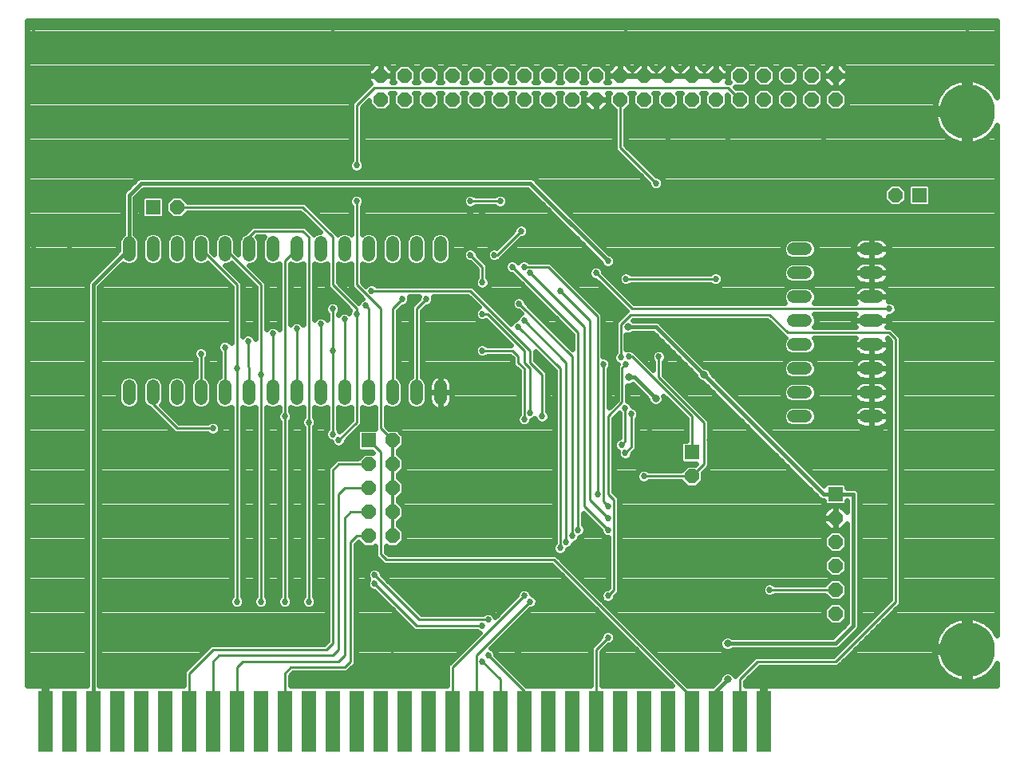
<source format=gbl>
G75*
G70*
%OFA0B0*%
%FSLAX24Y24*%
%IPPOS*%
%LPD*%
%AMOC8*
5,1,8,0,0,1.08239X$1,22.5*
%
%ADD10R,0.0600X0.2550*%
%ADD11C,0.0520*%
%ADD12OC8,0.0600*%
%ADD13R,0.0600X0.0600*%
%ADD14C,0.2300*%
%ADD15C,0.0270*%
%ADD16C,0.0320*%
%ADD17C,0.0160*%
%ADD18C,0.0180*%
%ADD19C,0.0100*%
%ADD20C,0.0240*%
%ADD21C,0.0320*%
%ADD22C,0.0120*%
D10*
X008811Y009771D03*
X009811Y009771D03*
X010811Y009771D03*
X011811Y009771D03*
X012811Y009771D03*
X013811Y009771D03*
X014811Y009771D03*
X015811Y009771D03*
X016811Y009771D03*
X017811Y009771D03*
X018811Y009771D03*
X019811Y009771D03*
X020811Y009771D03*
X021811Y009771D03*
X022811Y009771D03*
X023811Y009771D03*
X024811Y009771D03*
X025811Y009771D03*
X026811Y009771D03*
X027811Y009771D03*
X028811Y009771D03*
X029811Y009771D03*
X030811Y009771D03*
X031811Y009771D03*
X032811Y009771D03*
X033811Y009771D03*
X034811Y009771D03*
X035811Y009771D03*
X036811Y009771D03*
X037811Y009771D03*
X038811Y009771D03*
D11*
X040051Y022521D02*
X040571Y022521D01*
X040571Y023521D02*
X040051Y023521D01*
X040051Y024521D02*
X040571Y024521D01*
X040571Y025521D02*
X040051Y025521D01*
X040051Y026521D02*
X040571Y026521D01*
X040571Y027521D02*
X040051Y027521D01*
X040051Y028521D02*
X040571Y028521D01*
X040571Y029521D02*
X040051Y029521D01*
X043051Y029521D02*
X043571Y029521D01*
X043571Y028521D02*
X043051Y028521D01*
X043051Y027521D02*
X043571Y027521D01*
X043571Y026521D02*
X043051Y026521D01*
X043051Y025521D02*
X043571Y025521D01*
X043571Y024521D02*
X043051Y024521D01*
X043051Y023521D02*
X043571Y023521D01*
X043571Y022521D02*
X043051Y022521D01*
X025311Y023261D02*
X025311Y023781D01*
X024311Y023781D02*
X024311Y023261D01*
X023311Y023261D02*
X023311Y023781D01*
X022311Y023781D02*
X022311Y023261D01*
X021311Y023261D02*
X021311Y023781D01*
X020311Y023781D02*
X020311Y023261D01*
X019311Y023261D02*
X019311Y023781D01*
X018311Y023781D02*
X018311Y023261D01*
X017311Y023261D02*
X017311Y023781D01*
X016311Y023781D02*
X016311Y023261D01*
X015311Y023261D02*
X015311Y023781D01*
X014311Y023781D02*
X014311Y023261D01*
X013311Y023261D02*
X013311Y023781D01*
X012311Y023781D02*
X012311Y023261D01*
X012311Y029261D02*
X012311Y029781D01*
X013311Y029781D02*
X013311Y029261D01*
X014311Y029261D02*
X014311Y029781D01*
X015311Y029781D02*
X015311Y029261D01*
X016311Y029261D02*
X016311Y029781D01*
X017311Y029781D02*
X017311Y029261D01*
X018311Y029261D02*
X018311Y029781D01*
X019311Y029781D02*
X019311Y029261D01*
X020311Y029261D02*
X020311Y029781D01*
X021311Y029781D02*
X021311Y029261D01*
X022311Y029261D02*
X022311Y029781D01*
X023311Y029781D02*
X023311Y029261D01*
X024311Y029261D02*
X024311Y029781D01*
X025311Y029781D02*
X025311Y029261D01*
D12*
X024811Y035771D03*
X025811Y035771D03*
X025811Y036771D03*
X024811Y036771D03*
X023811Y036771D03*
X022811Y036771D03*
X022811Y035771D03*
X023811Y035771D03*
X026811Y035771D03*
X027811Y035771D03*
X027811Y036771D03*
X026811Y036771D03*
X028811Y036771D03*
X029811Y036771D03*
X030811Y036771D03*
X031811Y036771D03*
X032811Y036771D03*
X033811Y036771D03*
X034811Y036771D03*
X035811Y036771D03*
X036811Y036771D03*
X037811Y036771D03*
X038811Y036771D03*
X039811Y036771D03*
X040811Y036771D03*
X041811Y036771D03*
X041811Y035771D03*
X040811Y035771D03*
X039811Y035771D03*
X038811Y035771D03*
X037811Y035771D03*
X036811Y035771D03*
X035811Y035771D03*
X034811Y035771D03*
X033811Y035771D03*
X032811Y035771D03*
X031811Y035771D03*
X030811Y035771D03*
X029811Y035771D03*
X028811Y035771D03*
X014311Y031271D03*
X023311Y021521D03*
X023311Y020521D03*
X022311Y020521D03*
X022311Y019521D03*
X023311Y019521D03*
X023311Y018521D03*
X022311Y018521D03*
X022311Y017521D03*
X023311Y017521D03*
X035811Y020021D03*
X041811Y018271D03*
X041811Y017271D03*
X041811Y016271D03*
X041811Y015271D03*
X041811Y014271D03*
X044311Y031771D03*
D13*
X045311Y031771D03*
X035811Y021021D03*
X041811Y019271D03*
X022311Y021521D03*
X013311Y031271D03*
D14*
X047311Y035271D03*
X047311Y012771D03*
D15*
X047311Y015021D03*
X039061Y015271D03*
X035311Y013021D03*
X034311Y013771D03*
X033311Y014521D03*
X032311Y015021D03*
X032311Y015521D03*
X031186Y016146D03*
X030311Y017021D03*
X030561Y017271D03*
X030811Y017521D03*
X031061Y017771D03*
X032311Y017771D03*
X032311Y018271D03*
X032311Y018771D03*
X031874Y019271D03*
X033811Y020021D03*
X033249Y020646D03*
X033030Y020989D03*
X032874Y021333D03*
X033280Y022614D03*
X033030Y022864D03*
X033561Y023521D03*
X033061Y024708D03*
X033186Y025021D03*
X032842Y024989D03*
X032124Y024708D03*
X034436Y025021D03*
X035311Y024833D03*
X036311Y025271D03*
X036811Y023271D03*
X036561Y022521D03*
X036561Y021521D03*
X038811Y021271D03*
X039561Y022271D03*
X034061Y022021D03*
X029561Y022521D03*
X029249Y022396D03*
X029061Y022677D03*
X028811Y022396D03*
X028061Y021021D03*
X029061Y019771D03*
X028311Y016271D03*
X027311Y015521D03*
X026311Y014771D03*
X025311Y014271D03*
X024311Y013271D03*
X023311Y012521D03*
X022311Y012021D03*
X019811Y014771D03*
X018811Y014771D03*
X017811Y014771D03*
X016811Y014771D03*
X015311Y013021D03*
X014311Y012021D03*
X013311Y012021D03*
X012311Y012021D03*
X011311Y012021D03*
X010311Y012021D03*
X009311Y012021D03*
X008311Y012021D03*
X008311Y021271D03*
X009311Y021271D03*
X010311Y021271D03*
X011311Y021271D03*
X012311Y021271D03*
X013311Y021271D03*
X014311Y021271D03*
X015311Y021271D03*
X015811Y022021D03*
X016311Y021271D03*
X017311Y022396D03*
X018311Y022771D03*
X018811Y022521D03*
X019311Y022771D03*
X019811Y022271D03*
X020311Y022771D03*
X021311Y022771D03*
X020811Y021771D03*
X021061Y021521D03*
X021561Y021271D03*
X017811Y024271D03*
X016811Y024521D03*
X016311Y025411D03*
X015311Y025143D03*
X014311Y025021D03*
X013561Y025271D03*
X012811Y025521D03*
X012061Y025771D03*
X011311Y026021D03*
X010311Y026021D03*
X009811Y029521D03*
X009061Y030271D03*
X008311Y029521D03*
X016061Y028271D03*
X017311Y027521D03*
X018311Y028271D03*
X019311Y027521D03*
X020311Y028271D03*
X021311Y028521D03*
X022155Y028052D03*
X022436Y027771D03*
X022186Y027146D03*
X021811Y026802D03*
X021311Y026583D03*
X020811Y027021D03*
X020311Y026386D03*
X019311Y026190D03*
X018311Y025993D03*
X017280Y025671D03*
X020811Y025271D03*
X023717Y027427D03*
X023561Y028271D03*
X024717Y027427D03*
X027061Y026802D03*
X027061Y028114D03*
X026561Y029271D03*
X027561Y029271D03*
X028061Y029271D03*
X028311Y028771D03*
X028811Y028771D03*
X029061Y028521D03*
X030311Y027771D03*
X031811Y028521D03*
X032311Y029021D03*
X033061Y028271D03*
X033811Y029271D03*
X031717Y030114D03*
X030936Y032239D03*
X028686Y030271D03*
X027811Y031521D03*
X027061Y031021D03*
X026561Y031021D03*
X026561Y031521D03*
X023811Y030521D03*
X021811Y031521D03*
X021811Y033021D03*
X023811Y033271D03*
X018811Y035021D03*
X020811Y038771D03*
X033061Y038771D03*
X034811Y034021D03*
X034311Y032271D03*
X037311Y034021D03*
X041311Y034021D03*
X040311Y030771D03*
X036811Y028271D03*
X030061Y026271D03*
X028811Y026521D03*
X028561Y026271D03*
X028592Y027239D03*
X027061Y025271D03*
X029561Y024771D03*
X022561Y015896D03*
X022561Y015521D03*
X026311Y013021D03*
X027061Y013771D03*
X027311Y014021D03*
X028811Y015021D03*
X029061Y014771D03*
X028561Y012646D03*
X029061Y012271D03*
X029811Y011771D03*
X031311Y013271D03*
X032311Y013271D03*
X034311Y011771D03*
X036311Y012271D03*
X038311Y012521D03*
X038811Y011771D03*
X027311Y012521D03*
X027061Y012271D03*
X044061Y027021D03*
X047311Y023771D03*
X047311Y032271D03*
X047311Y038771D03*
X008311Y038771D03*
D16*
X033155Y026271D03*
X033186Y024146D03*
X034311Y023271D03*
X036311Y024271D03*
X037311Y013021D03*
X037311Y011521D03*
D17*
X034311Y023271D02*
X033436Y024146D01*
X033186Y024146D01*
X033155Y026271D02*
X034311Y026271D01*
X036311Y024271D01*
X032311Y029021D02*
X029061Y032271D01*
X012811Y032271D01*
X012311Y031771D01*
X012311Y029521D01*
X010811Y028021D01*
X010811Y009771D01*
D18*
X036311Y024271D02*
X041311Y019271D01*
X041811Y019271D01*
X042561Y019271D01*
X042561Y013771D01*
X041811Y013021D01*
X037311Y013021D01*
X037311Y011521D02*
X036811Y011021D01*
X036811Y009771D01*
D19*
X037811Y009771D02*
X037811Y011521D01*
X038561Y012271D01*
X041811Y012271D01*
X044311Y014771D01*
X044311Y025771D01*
X044061Y026021D01*
X039811Y026021D01*
X039061Y026771D01*
X033249Y026771D01*
X032842Y026364D01*
X032842Y026364D01*
X032842Y024989D01*
X033186Y025021D02*
X033311Y025021D01*
X035811Y022521D01*
X035811Y021021D01*
X036311Y020521D02*
X035811Y020021D01*
X033811Y020021D01*
X033030Y020989D02*
X033280Y021239D01*
X033280Y022614D01*
X033030Y022864D02*
X033030Y021489D01*
X032874Y021333D01*
X032311Y022521D02*
X032311Y019271D01*
X032561Y019021D01*
X032561Y015271D01*
X032311Y015021D01*
X030061Y016521D02*
X023061Y016521D01*
X022811Y016771D01*
X022811Y021021D01*
X022311Y021521D01*
X022811Y022021D02*
X022811Y027021D01*
X021811Y028021D01*
X021811Y031521D01*
X021811Y033021D02*
X021811Y035521D01*
X022561Y036271D01*
X037311Y036271D01*
X037811Y035771D01*
X034311Y032271D02*
X032811Y033771D01*
X032811Y035771D01*
X027811Y031521D02*
X026561Y031521D01*
X028686Y030271D02*
X027686Y029271D01*
X027561Y029271D01*
X027061Y028771D02*
X026561Y029271D01*
X027061Y028771D02*
X027061Y028114D01*
X026561Y027771D02*
X022436Y027771D01*
X022186Y027146D02*
X022311Y027021D01*
X022311Y023521D01*
X021311Y023521D02*
X021311Y026583D01*
X021811Y026802D02*
X021811Y027021D01*
X020811Y028021D01*
X020811Y030021D01*
X019561Y031271D01*
X014311Y031271D01*
X015311Y029521D02*
X016811Y028021D01*
X016811Y024521D01*
X016811Y014771D01*
X017811Y014771D02*
X017811Y024271D01*
X017811Y028021D01*
X016311Y029521D01*
X017311Y029521D02*
X017311Y030021D01*
X017561Y030271D01*
X019561Y030271D01*
X019811Y030021D01*
X019811Y022271D01*
X019811Y014771D01*
X018811Y014771D02*
X018811Y022521D01*
X018811Y029021D01*
X019311Y029521D01*
X020811Y027021D02*
X020811Y025271D01*
X020811Y021771D01*
X021061Y021521D02*
X021811Y022271D01*
X021811Y026802D01*
X020311Y026386D02*
X020311Y023521D01*
X019311Y023521D02*
X019311Y026190D01*
X018311Y025993D02*
X018311Y023521D01*
X017311Y023521D02*
X017280Y025671D01*
X016311Y025411D02*
X016311Y023521D01*
X015311Y023521D02*
X015311Y025143D01*
X013311Y023521D02*
X013311Y023021D01*
X014311Y022021D01*
X015811Y022021D01*
X020811Y020271D02*
X021061Y020521D01*
X022311Y020521D01*
X022311Y019521D02*
X021311Y019521D01*
X021061Y019271D01*
X021061Y012771D01*
X020811Y012521D01*
X016061Y012521D01*
X015811Y012271D01*
X015811Y009771D01*
X014811Y009771D02*
X014811Y011771D01*
X015811Y012771D01*
X020561Y012771D01*
X020811Y013021D01*
X020811Y020271D01*
X022811Y022021D02*
X023311Y021521D01*
X023311Y023521D02*
X023311Y027021D01*
X023717Y027427D01*
X024311Y027021D02*
X024717Y027427D01*
X024311Y027021D02*
X024311Y023521D01*
X027061Y025271D02*
X028311Y025271D01*
X028311Y025271D01*
X028561Y025021D01*
X028561Y024771D01*
X028811Y024521D01*
X028811Y022396D01*
X029061Y022677D02*
X029061Y024521D01*
X028811Y024771D01*
X028811Y025271D01*
X027280Y026802D01*
X027061Y026802D01*
X026561Y027771D02*
X029061Y025271D01*
X029061Y024771D01*
X029561Y024271D01*
X029561Y022521D01*
X030311Y024521D02*
X028561Y026271D01*
X028811Y026521D02*
X030561Y024771D01*
X030561Y017271D01*
X030811Y017521D02*
X030811Y025021D01*
X028592Y027239D01*
X030311Y027771D02*
X031561Y026521D01*
X031561Y019021D01*
X032311Y018271D01*
X032311Y018771D02*
X032124Y018958D01*
X032124Y024708D01*
X032905Y024552D02*
X032905Y023114D01*
X032311Y022521D01*
X032905Y024552D02*
X033061Y024708D01*
X034436Y025021D02*
X034436Y024146D01*
X036311Y022271D01*
X036311Y020521D01*
X031874Y019271D02*
X031874Y026708D01*
X029811Y028771D01*
X028811Y028771D01*
X029061Y028521D02*
X031311Y026271D01*
X031311Y018771D01*
X032311Y017771D01*
X031061Y017771D02*
X031061Y026021D01*
X028311Y028771D01*
X031811Y028521D02*
X033311Y027021D01*
X044061Y027021D01*
X036811Y028271D02*
X033061Y028271D01*
X030311Y024521D02*
X030311Y017021D01*
X030061Y016521D02*
X035811Y010771D01*
X035811Y009771D01*
X031811Y009771D02*
X031811Y012771D01*
X032311Y013271D01*
X029061Y014771D02*
X026811Y012521D01*
X026811Y009771D01*
X027811Y009771D02*
X027811Y011521D01*
X027061Y012271D01*
X027311Y012521D02*
X028811Y011021D01*
X028811Y009771D01*
X025811Y009771D02*
X025811Y012021D01*
X028811Y015021D01*
X027311Y014021D02*
X024436Y014021D01*
X022561Y015896D01*
X022561Y015521D02*
X024311Y013771D01*
X027061Y013771D01*
X021561Y012271D02*
X021311Y012021D01*
X019061Y012021D01*
X018811Y011771D01*
X018811Y009771D01*
X016811Y009771D02*
X016811Y012021D01*
X017061Y012271D01*
X021061Y012271D01*
X021311Y012521D01*
X021311Y018271D01*
X021561Y018521D01*
X022311Y018521D01*
X022311Y017521D02*
X021811Y017521D01*
X021561Y017271D01*
X021561Y012271D01*
X039061Y015271D02*
X041811Y015271D01*
D20*
X041476Y014927D02*
X032613Y014927D01*
X032626Y014958D02*
X032578Y014842D01*
X032489Y014754D01*
X032374Y014706D01*
X032248Y014706D01*
X032168Y014739D01*
X035636Y011271D01*
X036679Y011271D01*
X036971Y011563D01*
X036971Y011588D01*
X037023Y011713D01*
X037118Y011809D01*
X037243Y011861D01*
X037379Y011861D01*
X037504Y011809D01*
X037599Y011713D01*
X037622Y011657D01*
X038466Y012501D01*
X038656Y012501D01*
X041716Y012501D01*
X044081Y014866D01*
X044081Y025675D01*
X043974Y025782D01*
X043982Y025772D01*
X044016Y025705D01*
X044039Y025633D01*
X044051Y025558D01*
X044051Y025521D01*
X043311Y025521D01*
X043311Y025520D01*
X043311Y025041D01*
X043609Y025041D01*
X043683Y025053D01*
X043755Y025076D01*
X043823Y025110D01*
X043884Y025155D01*
X043937Y025208D01*
X043982Y025269D01*
X044016Y025336D01*
X044039Y025408D01*
X044051Y025483D01*
X044051Y025520D01*
X043311Y025520D01*
X043311Y025520D01*
X043311Y025041D01*
X043013Y025041D01*
X042939Y025053D01*
X042867Y025076D01*
X042799Y025110D01*
X042738Y025155D01*
X042685Y025208D01*
X042640Y025269D01*
X042606Y025336D01*
X042583Y025408D01*
X042571Y025483D01*
X042571Y025520D01*
X043311Y025520D01*
X043311Y025521D01*
X042571Y025521D01*
X042571Y025558D01*
X042583Y025633D01*
X042606Y025705D01*
X042640Y025772D01*
X042654Y025791D01*
X040923Y025791D01*
X040944Y025770D01*
X041011Y025608D01*
X041011Y025433D01*
X040944Y025271D01*
X040820Y025148D01*
X040659Y025081D01*
X039963Y025081D01*
X039802Y025148D01*
X039678Y025271D01*
X039611Y025433D01*
X039611Y025608D01*
X039678Y025770D01*
X039707Y025799D01*
X039581Y025925D01*
X038966Y026541D01*
X033366Y026541D01*
X033376Y026531D01*
X034259Y026531D01*
X034363Y026531D01*
X034458Y026491D01*
X036339Y024611D01*
X036379Y024611D01*
X036504Y024559D01*
X036599Y024463D01*
X036651Y024338D01*
X036651Y024313D01*
X041331Y019632D01*
X041331Y019645D01*
X041436Y019751D01*
X042186Y019751D01*
X042291Y019645D01*
X042291Y019541D01*
X042615Y019541D01*
X042714Y019500D01*
X042790Y019424D01*
X042831Y019324D01*
X042831Y019217D01*
X042831Y013717D01*
X042790Y013618D01*
X042714Y013542D01*
X041964Y012792D01*
X041865Y012751D01*
X041757Y012751D01*
X037522Y012751D01*
X037504Y012732D01*
X037379Y012681D01*
X037243Y012681D01*
X037118Y012732D01*
X037023Y012828D01*
X036971Y012953D01*
X036971Y013088D01*
X037023Y013213D01*
X037118Y013309D01*
X037243Y013361D01*
X037379Y013361D01*
X037504Y013309D01*
X037522Y013291D01*
X041699Y013291D01*
X042291Y013883D01*
X042291Y018015D01*
X042026Y017751D01*
X041811Y017751D01*
X041811Y018270D01*
X041811Y018270D01*
X041811Y017751D01*
X041596Y017751D01*
X041291Y018055D01*
X041291Y018270D01*
X041811Y018270D01*
X041811Y018271D01*
X041811Y018791D01*
X041596Y018791D01*
X041291Y018486D01*
X041291Y018271D01*
X041811Y018271D01*
X041811Y018271D01*
X041811Y018791D01*
X042026Y018791D01*
X042291Y018526D01*
X042291Y019001D01*
X042291Y019001D01*
X042291Y018896D01*
X042186Y018791D01*
X041436Y018791D01*
X041331Y018896D01*
X041331Y019001D01*
X041257Y019001D01*
X041158Y019042D01*
X036269Y023931D01*
X036243Y023931D01*
X036118Y023982D01*
X036023Y024078D01*
X035971Y024203D01*
X035971Y024243D01*
X034203Y026011D01*
X033376Y026011D01*
X033347Y025982D01*
X033222Y025931D01*
X033087Y025931D01*
X033072Y025937D01*
X033072Y025314D01*
X033123Y025336D01*
X033249Y025336D01*
X033364Y025288D01*
X033401Y025251D01*
X033406Y025251D01*
X034206Y024451D01*
X034206Y024805D01*
X034169Y024842D01*
X034121Y024958D01*
X034121Y025083D01*
X034169Y025199D01*
X034258Y025288D01*
X034373Y025336D01*
X034499Y025336D01*
X034614Y025288D01*
X034703Y025199D01*
X034751Y025083D01*
X034751Y024958D01*
X034703Y024842D01*
X034666Y024805D01*
X034666Y024241D01*
X036406Y022501D01*
X036541Y022366D01*
X036541Y020616D01*
X036541Y020425D01*
X036291Y020175D01*
X040025Y020175D01*
X040263Y019936D02*
X036291Y019936D01*
X036291Y019822D02*
X036291Y020175D01*
X036529Y020414D02*
X039786Y020414D01*
X039548Y020652D02*
X036541Y020652D01*
X036541Y020891D02*
X039309Y020891D01*
X039071Y021129D02*
X036541Y021129D01*
X036541Y021368D02*
X038832Y021368D01*
X038594Y021606D02*
X036541Y021606D01*
X036541Y021845D02*
X038355Y021845D01*
X038117Y022083D02*
X036541Y022083D01*
X036541Y022322D02*
X037878Y022322D01*
X037639Y022560D02*
X036347Y022560D01*
X036108Y022799D02*
X037401Y022799D01*
X037162Y023037D02*
X035869Y023037D01*
X035631Y023276D02*
X036924Y023276D01*
X036685Y023515D02*
X035392Y023515D01*
X035154Y023753D02*
X036447Y023753D01*
X036109Y023992D02*
X034915Y023992D01*
X034677Y024230D02*
X035971Y024230D01*
X035745Y024469D02*
X034666Y024469D01*
X034666Y024707D02*
X035507Y024707D01*
X035268Y024946D02*
X034746Y024946D01*
X034709Y025184D02*
X035030Y025184D01*
X034791Y025423D02*
X033072Y025423D01*
X033072Y025661D02*
X034553Y025661D01*
X034314Y025900D02*
X033072Y025900D01*
X032612Y025900D02*
X032104Y025900D01*
X032104Y025661D02*
X032612Y025661D01*
X032612Y025423D02*
X032104Y025423D01*
X032104Y025184D02*
X032592Y025184D01*
X032575Y025168D02*
X032527Y025052D01*
X032527Y024927D01*
X032575Y024811D01*
X032664Y024722D01*
X032725Y024697D01*
X032675Y024647D01*
X032675Y023210D01*
X032354Y022888D01*
X032354Y024493D01*
X032391Y024530D01*
X032439Y024646D01*
X032439Y024771D01*
X032391Y024887D01*
X032302Y024975D01*
X032186Y025023D01*
X032104Y025023D01*
X032104Y026613D01*
X032104Y026803D01*
X029906Y029001D01*
X029716Y029001D01*
X029026Y029001D01*
X031963Y029001D01*
X031996Y028968D02*
X031996Y028958D01*
X032044Y028842D01*
X032133Y028754D01*
X032248Y028706D01*
X032374Y028706D01*
X032489Y028754D01*
X032578Y028842D01*
X032626Y028958D01*
X032626Y029083D01*
X032578Y029199D01*
X032489Y029288D01*
X032374Y029336D01*
X032364Y029336D01*
X029208Y032491D01*
X029113Y032531D01*
X029009Y032531D01*
X012759Y032531D01*
X012664Y032491D01*
X012591Y032418D01*
X012091Y031918D01*
X012051Y031822D01*
X012051Y031719D01*
X012051Y030143D01*
X011938Y030030D01*
X011871Y029868D01*
X011871Y029448D01*
X010591Y028168D01*
X010551Y028072D01*
X010551Y027969D01*
X010551Y011271D01*
X008062Y011271D01*
X008062Y039047D01*
X048555Y039047D01*
X048555Y035848D01*
X048551Y035857D01*
X048487Y035976D01*
X048413Y036088D01*
X048327Y036192D01*
X048232Y036287D01*
X048128Y036372D01*
X048016Y036447D01*
X047897Y036511D01*
X047773Y036562D01*
X047644Y036601D01*
X047512Y036627D01*
X047431Y036635D01*
X047431Y035391D01*
X047191Y035391D01*
X047191Y036635D01*
X047110Y036627D01*
X046978Y036601D01*
X046849Y036562D01*
X046725Y036511D01*
X046606Y036447D01*
X046494Y036372D01*
X046390Y036287D01*
X046295Y036192D01*
X046209Y036088D01*
X046135Y035976D01*
X046071Y035857D01*
X046020Y035733D01*
X045980Y035604D01*
X045954Y035472D01*
X045946Y035391D01*
X047191Y035391D01*
X047191Y035151D01*
X045946Y035151D01*
X045954Y035069D01*
X045980Y034937D01*
X046020Y034809D01*
X046071Y034684D01*
X046135Y034566D01*
X046209Y034454D01*
X046295Y034350D01*
X046390Y034254D01*
X046494Y034169D01*
X046606Y034094D01*
X046725Y034031D01*
X046849Y033979D01*
X046978Y033940D01*
X047110Y033914D01*
X047191Y033906D01*
X047191Y035151D01*
X047431Y035151D01*
X047431Y033906D01*
X047512Y033914D01*
X047644Y033940D01*
X047773Y033979D01*
X047897Y034031D01*
X048016Y034094D01*
X048128Y034169D01*
X048232Y034254D01*
X048327Y034350D01*
X048413Y034454D01*
X048487Y034566D01*
X048551Y034684D01*
X048555Y034694D01*
X048555Y013348D01*
X048551Y013357D01*
X048487Y013476D01*
X048413Y013588D01*
X048327Y013692D01*
X048232Y013787D01*
X048128Y013872D01*
X048016Y013947D01*
X047897Y014011D01*
X047773Y014062D01*
X047644Y014101D01*
X047512Y014127D01*
X047431Y014135D01*
X047431Y012891D01*
X047191Y012891D01*
X047191Y014135D01*
X047110Y014127D01*
X046978Y014101D01*
X046849Y014062D01*
X046725Y014011D01*
X046606Y013947D01*
X046494Y013872D01*
X046390Y013787D01*
X046295Y013692D01*
X046209Y013588D01*
X046135Y013476D01*
X046071Y013357D01*
X046020Y013233D01*
X045980Y013104D01*
X045954Y012972D01*
X045946Y012891D01*
X047191Y012891D01*
X047191Y012651D01*
X045946Y012651D01*
X045954Y012569D01*
X045980Y012437D01*
X046020Y012309D01*
X046071Y012184D01*
X046135Y012066D01*
X046209Y011954D01*
X046295Y011850D01*
X046390Y011754D01*
X046494Y011669D01*
X046606Y011594D01*
X046725Y011531D01*
X046849Y011479D01*
X046978Y011440D01*
X047110Y011414D01*
X047191Y011406D01*
X047191Y012651D01*
X047431Y012651D01*
X047431Y011406D01*
X047512Y011414D01*
X047644Y011440D01*
X047773Y011479D01*
X047897Y011531D01*
X048016Y011594D01*
X048128Y011669D01*
X048232Y011754D01*
X048327Y011850D01*
X048413Y011954D01*
X048487Y012066D01*
X048551Y012184D01*
X048555Y012194D01*
X048555Y011272D01*
X039689Y011272D01*
X039687Y011271D01*
X038041Y011271D01*
X038041Y011425D01*
X038656Y012041D01*
X041906Y012041D01*
X042041Y012175D01*
X044541Y014675D01*
X044541Y014866D01*
X044541Y025866D01*
X044406Y026001D01*
X044156Y026251D01*
X043968Y026251D01*
X043982Y026269D01*
X044016Y026336D01*
X044039Y026408D01*
X044051Y026483D01*
X044051Y026520D01*
X043311Y026520D01*
X042571Y026520D01*
X042571Y026483D01*
X042583Y026408D01*
X042606Y026336D01*
X042640Y026269D01*
X042654Y026251D01*
X040923Y026251D01*
X040944Y026271D01*
X041011Y026433D01*
X041011Y026608D01*
X040944Y026770D01*
X040923Y026791D01*
X042654Y026791D01*
X042640Y026772D01*
X042606Y026705D01*
X042583Y026633D01*
X042571Y026558D01*
X042571Y026521D01*
X043311Y026521D01*
X043311Y026520D01*
X043311Y026521D01*
X044051Y026521D01*
X044051Y026558D01*
X044039Y026633D01*
X044016Y026705D01*
X044015Y026706D01*
X044124Y026706D01*
X044239Y026754D01*
X044328Y026842D01*
X044376Y026958D01*
X044376Y027083D01*
X044328Y027199D01*
X044239Y027288D01*
X044124Y027336D01*
X044015Y027336D01*
X044016Y027336D01*
X044039Y027408D01*
X044051Y027483D01*
X044051Y027520D01*
X043311Y027520D01*
X042571Y027520D01*
X042571Y027483D01*
X042583Y027408D01*
X042606Y027336D01*
X042640Y027269D01*
X042654Y027251D01*
X040923Y027251D01*
X040944Y027271D01*
X041011Y027433D01*
X041011Y027608D01*
X040944Y027770D01*
X040820Y027894D01*
X040659Y027961D01*
X039963Y027961D01*
X039802Y027894D01*
X039678Y027770D01*
X039611Y027608D01*
X039611Y027433D01*
X039678Y027271D01*
X039699Y027251D01*
X033406Y027251D01*
X032126Y028531D01*
X032126Y028583D01*
X032078Y028699D01*
X031989Y028788D01*
X031874Y028836D01*
X031748Y028836D01*
X031633Y028788D01*
X031544Y028699D01*
X031496Y028583D01*
X031496Y028458D01*
X031544Y028342D01*
X031633Y028254D01*
X031748Y028206D01*
X031801Y028206D01*
X033080Y026927D01*
X032620Y026468D01*
X032612Y026460D01*
X032612Y026269D01*
X032612Y026269D01*
X032612Y026269D01*
X032612Y025205D01*
X032575Y025168D01*
X032527Y024946D02*
X032331Y024946D01*
X032439Y024707D02*
X032700Y024707D01*
X032675Y024469D02*
X032354Y024469D01*
X032354Y024230D02*
X032675Y024230D01*
X032675Y023992D02*
X032354Y023992D01*
X032354Y023753D02*
X032675Y023753D01*
X032675Y023515D02*
X032354Y023515D01*
X032354Y023276D02*
X032675Y023276D01*
X032503Y023037D02*
X032354Y023037D01*
X032782Y022667D02*
X032800Y022649D01*
X032800Y021644D01*
X032695Y021600D01*
X032606Y021512D01*
X032559Y021396D01*
X032559Y021271D01*
X032606Y021155D01*
X032695Y021066D01*
X032717Y021057D01*
X032715Y021052D01*
X032715Y020927D01*
X032763Y020811D01*
X032851Y020722D01*
X032967Y020674D01*
X033092Y020674D01*
X033208Y020722D01*
X033297Y020811D01*
X033345Y020927D01*
X033345Y020979D01*
X033510Y021144D01*
X033510Y021335D01*
X033510Y022399D01*
X033547Y022436D01*
X033595Y022552D01*
X033595Y022677D01*
X033547Y022793D01*
X033458Y022881D01*
X033344Y022929D01*
X033297Y023043D01*
X033208Y023131D01*
X033135Y023162D01*
X033135Y023210D01*
X033135Y023806D01*
X033254Y023806D01*
X033363Y023851D01*
X033971Y023243D01*
X033971Y023203D01*
X034023Y023078D01*
X034118Y022982D01*
X034243Y022931D01*
X034379Y022931D01*
X034504Y022982D01*
X034599Y023078D01*
X034651Y023203D01*
X034651Y023338D01*
X034639Y023368D01*
X035581Y022425D01*
X035581Y021501D01*
X035436Y021501D01*
X035331Y021395D01*
X035331Y020646D01*
X035436Y020541D01*
X036006Y020541D01*
X035966Y020501D01*
X035612Y020501D01*
X035362Y020251D01*
X034026Y020251D01*
X033989Y020288D01*
X033874Y020336D01*
X033748Y020336D01*
X033633Y020288D01*
X033544Y020199D01*
X033496Y020083D01*
X033496Y019958D01*
X033544Y019842D01*
X033633Y019754D01*
X033748Y019706D01*
X033874Y019706D01*
X033989Y019754D01*
X034026Y019791D01*
X035362Y019791D01*
X035612Y019541D01*
X036010Y019541D01*
X036291Y019822D01*
X036167Y019698D02*
X040502Y019698D01*
X040741Y019459D02*
X032541Y019459D01*
X032541Y019366D02*
X032541Y022425D01*
X032782Y022667D01*
X032800Y022560D02*
X032676Y022560D01*
X032800Y022322D02*
X032541Y022322D01*
X032541Y022083D02*
X032800Y022083D01*
X032800Y021845D02*
X032541Y021845D01*
X032541Y021606D02*
X032710Y021606D01*
X032559Y021368D02*
X032541Y021368D01*
X032541Y021129D02*
X032632Y021129D01*
X032541Y020891D02*
X032730Y020891D01*
X032541Y020652D02*
X035331Y020652D01*
X035331Y020891D02*
X033330Y020891D01*
X033495Y021129D02*
X035331Y021129D01*
X035331Y021368D02*
X033510Y021368D01*
X033510Y021606D02*
X035581Y021606D01*
X035581Y021845D02*
X033510Y021845D01*
X033510Y022083D02*
X035581Y022083D01*
X035581Y022322D02*
X033510Y022322D01*
X033595Y022560D02*
X035446Y022560D01*
X035208Y022799D02*
X033541Y022799D01*
X033299Y023037D02*
X034063Y023037D01*
X033938Y023276D02*
X033135Y023276D01*
X033135Y023515D02*
X033699Y023515D01*
X033461Y023753D02*
X033135Y023753D01*
X033950Y024707D02*
X034206Y024707D01*
X034188Y024469D02*
X034206Y024469D01*
X034126Y024946D02*
X033711Y024946D01*
X033473Y025184D02*
X034163Y025184D01*
X035049Y025900D02*
X039606Y025900D01*
X039633Y025661D02*
X035288Y025661D01*
X035526Y025423D02*
X039615Y025423D01*
X039765Y025184D02*
X035765Y025184D01*
X036004Y024946D02*
X039928Y024946D01*
X039963Y024961D02*
X039802Y024894D01*
X039678Y024770D01*
X039611Y024608D01*
X039611Y024433D01*
X039678Y024271D01*
X039802Y024148D01*
X039963Y024081D01*
X040659Y024081D01*
X040820Y024148D01*
X040944Y024271D01*
X041011Y024433D01*
X041011Y024608D01*
X040944Y024770D01*
X040820Y024894D01*
X040659Y024961D01*
X039963Y024961D01*
X039652Y024707D02*
X036242Y024707D01*
X036594Y024469D02*
X039611Y024469D01*
X039719Y024230D02*
X036733Y024230D01*
X036972Y023992D02*
X042956Y023992D01*
X042939Y023989D02*
X042867Y023966D01*
X042799Y023931D01*
X042738Y023887D01*
X042685Y023833D01*
X042640Y023772D01*
X042606Y023705D01*
X042583Y023633D01*
X042571Y023558D01*
X042571Y023521D01*
X043311Y023521D01*
X043311Y024001D01*
X043013Y024001D01*
X042939Y023989D01*
X042939Y024053D02*
X043013Y024041D01*
X043311Y024041D01*
X043609Y024041D01*
X043683Y024053D01*
X043755Y024076D01*
X043823Y024110D01*
X043884Y024155D01*
X043937Y024208D01*
X043982Y024269D01*
X044016Y024336D01*
X044039Y024408D01*
X044051Y024483D01*
X044051Y024520D01*
X043311Y024520D01*
X043311Y024041D01*
X043311Y024520D01*
X043311Y024520D01*
X042571Y024520D01*
X042571Y024483D01*
X042583Y024408D01*
X042606Y024336D01*
X042640Y024269D01*
X042685Y024208D01*
X042738Y024155D01*
X042799Y024110D01*
X042867Y024076D01*
X042939Y024053D01*
X042669Y024230D02*
X040903Y024230D01*
X041011Y024469D02*
X042573Y024469D01*
X042571Y024521D02*
X043311Y024521D01*
X043311Y025001D01*
X043013Y025001D01*
X042939Y024989D01*
X042867Y024966D01*
X042799Y024931D01*
X042738Y024887D01*
X042685Y024833D01*
X042640Y024772D01*
X042606Y024705D01*
X042583Y024633D01*
X042571Y024558D01*
X042571Y024521D01*
X042607Y024707D02*
X040970Y024707D01*
X040694Y024946D02*
X042828Y024946D01*
X042709Y025184D02*
X040857Y025184D01*
X041007Y025423D02*
X042581Y025423D01*
X042592Y025661D02*
X040989Y025661D01*
X040988Y026377D02*
X042593Y026377D01*
X042580Y026616D02*
X041008Y026616D01*
X040969Y027331D02*
X042609Y027331D01*
X042571Y027521D02*
X043311Y027521D01*
X043311Y028001D01*
X043013Y028001D01*
X042939Y027989D01*
X042867Y027966D01*
X042799Y027931D01*
X042738Y027887D01*
X042685Y027833D01*
X042640Y027772D01*
X042606Y027705D01*
X042583Y027633D01*
X042571Y027558D01*
X042571Y027521D01*
X042573Y027570D02*
X041011Y027570D01*
X040906Y027808D02*
X042667Y027808D01*
X042799Y028110D02*
X042867Y028076D01*
X042939Y028053D01*
X043013Y028041D01*
X043311Y028041D01*
X043609Y028041D01*
X043683Y028053D01*
X043755Y028076D01*
X043823Y028110D01*
X043884Y028155D01*
X043937Y028208D01*
X043982Y028269D01*
X044016Y028336D01*
X044039Y028408D01*
X044051Y028483D01*
X044051Y028520D01*
X043311Y028520D01*
X043311Y028041D01*
X043311Y028520D01*
X043311Y028520D01*
X042571Y028520D01*
X042571Y028483D01*
X042583Y028408D01*
X042606Y028336D01*
X042640Y028269D01*
X042685Y028208D01*
X042738Y028155D01*
X042799Y028110D01*
X042974Y028047D02*
X037033Y028047D01*
X036989Y028004D02*
X037078Y028092D01*
X037126Y028208D01*
X037126Y028333D01*
X037078Y028449D01*
X036989Y028538D01*
X036874Y028586D01*
X036748Y028586D01*
X036633Y028538D01*
X036596Y028501D01*
X033276Y028501D01*
X033239Y028538D01*
X033124Y028586D01*
X032998Y028586D01*
X032883Y028538D01*
X032794Y028449D01*
X032746Y028333D01*
X032746Y028208D01*
X032794Y028092D01*
X032883Y028004D01*
X032998Y027956D01*
X033124Y027956D01*
X033239Y028004D01*
X033276Y028041D01*
X036596Y028041D01*
X036633Y028004D01*
X036748Y027956D01*
X036874Y027956D01*
X036989Y028004D01*
X037126Y028285D02*
X039672Y028285D01*
X039678Y028271D02*
X039802Y028148D01*
X039963Y028081D01*
X040659Y028081D01*
X040820Y028148D01*
X040944Y028271D01*
X041011Y028433D01*
X041011Y028608D01*
X040944Y028770D01*
X040820Y028894D01*
X040659Y028961D01*
X039963Y028961D01*
X039802Y028894D01*
X039678Y028770D01*
X039611Y028608D01*
X039611Y028433D01*
X039678Y028271D01*
X039611Y028524D02*
X037003Y028524D01*
X036619Y028524D02*
X033253Y028524D01*
X032869Y028524D02*
X032133Y028524D01*
X032124Y028763D02*
X032015Y028763D01*
X031996Y028968D02*
X028953Y032011D01*
X012919Y032011D01*
X012571Y031663D01*
X012571Y030143D01*
X012684Y030030D01*
X012751Y029868D01*
X012751Y029173D01*
X012684Y029011D01*
X012560Y028888D01*
X012399Y028821D01*
X012223Y028821D01*
X012062Y028888D01*
X012054Y028896D01*
X011071Y027913D01*
X011071Y011271D01*
X014581Y011271D01*
X014581Y011675D01*
X014581Y011866D01*
X015581Y012866D01*
X015716Y013001D01*
X020466Y013001D01*
X020581Y013116D01*
X020581Y020175D01*
X020041Y020175D01*
X020041Y020414D02*
X020629Y020414D01*
X020581Y020366D02*
X020581Y020175D01*
X020581Y020366D02*
X020966Y020751D01*
X021156Y020751D01*
X021862Y020751D01*
X022112Y021001D01*
X022506Y021001D01*
X022466Y021041D01*
X021936Y021041D01*
X021831Y021146D01*
X021831Y021895D01*
X021936Y022001D01*
X022581Y022001D01*
X022581Y022909D01*
X022560Y022888D01*
X022399Y022821D01*
X022223Y022821D01*
X022062Y022888D01*
X022041Y022909D01*
X022041Y022175D01*
X021906Y022041D01*
X021906Y022041D01*
X021376Y021510D01*
X021376Y021458D01*
X021328Y021342D01*
X021239Y021254D01*
X021124Y021206D01*
X020998Y021206D01*
X020883Y021254D01*
X020794Y021342D01*
X020747Y021456D01*
X020633Y021504D01*
X020544Y021592D01*
X020496Y021708D01*
X020496Y021833D01*
X020544Y021949D01*
X020581Y021986D01*
X020581Y022909D01*
X020560Y022888D01*
X020399Y022821D01*
X020223Y022821D01*
X020062Y022888D01*
X020041Y022909D01*
X020041Y022486D01*
X020078Y022449D01*
X020126Y022333D01*
X020126Y022208D01*
X020078Y022092D01*
X020041Y022055D01*
X020041Y014986D01*
X020078Y014949D01*
X020126Y014833D01*
X020126Y014708D01*
X020078Y014592D01*
X019989Y014504D01*
X019874Y014456D01*
X019748Y014456D01*
X019633Y014504D01*
X019544Y014592D01*
X019496Y014708D01*
X019496Y014833D01*
X019544Y014949D01*
X019581Y014986D01*
X019581Y022055D01*
X019544Y022092D01*
X019496Y022208D01*
X019496Y022333D01*
X019544Y022449D01*
X019581Y022486D01*
X019581Y022909D01*
X019560Y022888D01*
X019399Y022821D01*
X019223Y022821D01*
X019062Y022888D01*
X019041Y022909D01*
X019041Y022736D01*
X019078Y022699D01*
X019126Y022583D01*
X019126Y022458D01*
X019078Y022342D01*
X019041Y022305D01*
X019041Y014986D01*
X019078Y014949D01*
X019126Y014833D01*
X019126Y014708D01*
X019078Y014592D01*
X018989Y014504D01*
X018874Y014456D01*
X018748Y014456D01*
X018633Y014504D01*
X018544Y014592D01*
X018496Y014708D01*
X018496Y014833D01*
X018544Y014949D01*
X018581Y014986D01*
X018581Y022305D01*
X018544Y022342D01*
X018496Y022458D01*
X018496Y022583D01*
X018544Y022699D01*
X018581Y022736D01*
X018581Y022909D01*
X018560Y022888D01*
X018399Y022821D01*
X018223Y022821D01*
X018062Y022888D01*
X018041Y022909D01*
X018041Y014986D01*
X018078Y014949D01*
X018126Y014833D01*
X018126Y014708D01*
X018078Y014592D01*
X017989Y014504D01*
X017874Y014456D01*
X017748Y014456D01*
X017633Y014504D01*
X017544Y014592D01*
X017496Y014708D01*
X017496Y014833D01*
X017544Y014949D01*
X017581Y014986D01*
X017581Y022909D01*
X017560Y022888D01*
X017399Y022821D01*
X017223Y022821D01*
X017062Y022888D01*
X017041Y022909D01*
X017041Y014986D01*
X017078Y014949D01*
X017126Y014833D01*
X017126Y014708D01*
X017078Y014592D01*
X016989Y014504D01*
X016874Y014456D01*
X016748Y014456D01*
X016633Y014504D01*
X016544Y014592D01*
X016496Y014708D01*
X016496Y014833D01*
X016544Y014949D01*
X016581Y014986D01*
X016581Y022909D01*
X016560Y022888D01*
X016399Y022821D01*
X016223Y022821D01*
X016062Y022888D01*
X015938Y023011D01*
X015871Y023173D01*
X015871Y023868D01*
X015938Y024030D01*
X016062Y024154D01*
X016081Y024162D01*
X016081Y025196D01*
X016044Y025233D01*
X015996Y025349D01*
X015996Y025474D01*
X016044Y025590D01*
X016133Y025679D01*
X016248Y025726D01*
X016374Y025726D01*
X016489Y025679D01*
X016578Y025590D01*
X016581Y025583D01*
X016581Y027925D01*
X015589Y028917D01*
X015560Y028888D01*
X015399Y028821D01*
X015223Y028821D01*
X015062Y028888D01*
X014938Y029011D01*
X014871Y029173D01*
X014871Y029868D01*
X014938Y030030D01*
X015062Y030154D01*
X015223Y030221D01*
X015399Y030221D01*
X015560Y030154D01*
X015684Y030030D01*
X015751Y029868D01*
X015751Y029406D01*
X015871Y029286D01*
X015871Y029868D01*
X015938Y030030D01*
X016062Y030154D01*
X016223Y030221D01*
X016399Y030221D01*
X016560Y030154D01*
X016684Y030030D01*
X016751Y029868D01*
X016751Y029406D01*
X016871Y029286D01*
X016871Y029868D01*
X016938Y030030D01*
X017062Y030154D01*
X017159Y030194D01*
X017216Y030251D01*
X017466Y030501D01*
X017656Y030501D01*
X019656Y030501D01*
X019791Y030366D01*
X020032Y030124D01*
X020062Y030154D01*
X020223Y030221D01*
X020286Y030221D01*
X019466Y031041D01*
X014760Y031041D01*
X014510Y030791D01*
X014112Y030791D01*
X013831Y031072D01*
X013831Y031469D01*
X014112Y031751D01*
X014510Y031751D01*
X014760Y031501D01*
X019466Y031501D01*
X019656Y031501D01*
X020906Y030251D01*
X021032Y030124D01*
X021062Y030154D01*
X021223Y030221D01*
X021399Y030221D01*
X021560Y030154D01*
X021581Y030133D01*
X021581Y031305D01*
X021544Y031342D01*
X021496Y031458D01*
X021496Y031583D01*
X021544Y031699D01*
X021633Y031788D01*
X021748Y031836D01*
X021874Y031836D01*
X021989Y031788D01*
X022078Y031699D01*
X022126Y031583D01*
X022126Y031458D01*
X022078Y031342D01*
X022041Y031305D01*
X022041Y030133D01*
X022062Y030154D01*
X022223Y030221D01*
X022399Y030221D01*
X022560Y030154D01*
X022684Y030030D01*
X022751Y029868D01*
X022751Y029173D01*
X022684Y029011D01*
X022560Y028888D01*
X022399Y028821D01*
X022223Y028821D01*
X022062Y028888D01*
X022041Y028909D01*
X022041Y028116D01*
X022188Y027969D01*
X022258Y028038D01*
X022373Y028086D01*
X022499Y028086D01*
X022614Y028038D01*
X022651Y028001D01*
X026656Y028001D01*
X026791Y027866D01*
X028269Y026388D01*
X028294Y026449D01*
X028383Y026538D01*
X028497Y026585D01*
X028544Y026699D01*
X028633Y026788D01*
X028694Y026813D01*
X028582Y026924D01*
X028530Y026924D01*
X028414Y026972D01*
X028325Y027061D01*
X028277Y027177D01*
X028277Y027302D01*
X028325Y027418D01*
X028414Y027506D01*
X028530Y027554D01*
X028655Y027554D01*
X028771Y027506D01*
X028859Y027418D01*
X028907Y027302D01*
X028907Y027250D01*
X030831Y025326D01*
X030831Y025925D01*
X028301Y028456D01*
X028248Y028456D01*
X028133Y028504D01*
X028044Y028592D01*
X027996Y028708D01*
X027996Y028833D01*
X028044Y028949D01*
X028133Y029038D01*
X028248Y029086D01*
X028374Y029086D01*
X028489Y029038D01*
X028561Y028966D01*
X028633Y029038D01*
X028748Y029086D01*
X028874Y029086D01*
X028989Y029038D01*
X029026Y029001D01*
X028596Y029001D02*
X028526Y029001D01*
X028096Y029001D02*
X027733Y029001D01*
X027739Y029004D02*
X027776Y029041D01*
X027781Y029041D01*
X028696Y029956D01*
X028749Y029956D01*
X028864Y030004D01*
X028953Y030092D01*
X029001Y030208D01*
X029001Y030333D01*
X028953Y030449D01*
X028864Y030538D01*
X028749Y030586D01*
X028623Y030586D01*
X028508Y030538D01*
X028419Y030449D01*
X028371Y030333D01*
X028371Y030281D01*
X027661Y029570D01*
X027624Y029586D01*
X027498Y029586D01*
X027383Y029538D01*
X027294Y029449D01*
X027246Y029333D01*
X027246Y029208D01*
X027294Y029092D01*
X027383Y029004D01*
X027498Y028956D01*
X027624Y028956D01*
X027739Y029004D01*
X027980Y029240D02*
X031724Y029240D01*
X031486Y029478D02*
X028219Y029478D01*
X028457Y029717D02*
X031247Y029717D01*
X031009Y029955D02*
X028696Y029955D01*
X028995Y030194D02*
X030770Y030194D01*
X030532Y030432D02*
X028960Y030432D01*
X028412Y030432D02*
X022041Y030432D01*
X022041Y030194D02*
X022159Y030194D01*
X022464Y030194D02*
X023159Y030194D01*
X023223Y030221D02*
X023062Y030154D01*
X022938Y030030D01*
X022871Y029868D01*
X022871Y029173D01*
X022938Y029011D01*
X023062Y028888D01*
X023223Y028821D01*
X023399Y028821D01*
X023560Y028888D01*
X023684Y029011D01*
X023751Y029173D01*
X023751Y029868D01*
X023684Y030030D01*
X023560Y030154D01*
X023399Y030221D01*
X023223Y030221D01*
X023464Y030194D02*
X024159Y030194D01*
X024223Y030221D02*
X024062Y030154D01*
X023938Y030030D01*
X023871Y029868D01*
X023871Y029173D01*
X023938Y029011D01*
X024062Y028888D01*
X024223Y028821D01*
X024399Y028821D01*
X024560Y028888D01*
X024684Y029011D01*
X024751Y029173D01*
X024751Y029868D01*
X024684Y030030D01*
X024560Y030154D01*
X024399Y030221D01*
X024223Y030221D01*
X024464Y030194D02*
X025159Y030194D01*
X025223Y030221D02*
X025062Y030154D01*
X024938Y030030D01*
X024871Y029868D01*
X024871Y029173D01*
X024938Y029011D01*
X025062Y028888D01*
X025223Y028821D01*
X025399Y028821D01*
X025560Y028888D01*
X025684Y029011D01*
X025751Y029173D01*
X025751Y029868D01*
X025684Y030030D01*
X025560Y030154D01*
X025399Y030221D01*
X025223Y030221D01*
X025464Y030194D02*
X028284Y030194D01*
X028045Y029955D02*
X025715Y029955D01*
X025751Y029717D02*
X027807Y029717D01*
X027323Y029478D02*
X026799Y029478D01*
X026828Y029449D02*
X026739Y029538D01*
X026624Y029586D01*
X026498Y029586D01*
X026383Y029538D01*
X026294Y029449D01*
X026246Y029333D01*
X026246Y029208D01*
X026294Y029092D01*
X026383Y029004D01*
X026498Y028956D01*
X026551Y028956D01*
X026831Y028675D01*
X026831Y028330D01*
X026794Y028293D01*
X026746Y028177D01*
X026746Y028052D01*
X026794Y027936D01*
X026883Y027847D01*
X026998Y027799D01*
X027124Y027799D01*
X027239Y027847D01*
X027328Y027936D01*
X027376Y028052D01*
X027376Y028177D01*
X027328Y028293D01*
X027291Y028330D01*
X027291Y028675D01*
X027291Y028866D01*
X026876Y029281D01*
X026876Y029333D01*
X026828Y029449D01*
X026917Y029240D02*
X027246Y029240D01*
X027156Y029001D02*
X027389Y029001D01*
X027291Y028763D02*
X027996Y028763D01*
X028112Y028524D02*
X027291Y028524D01*
X027331Y028285D02*
X028471Y028285D01*
X028710Y028047D02*
X027374Y028047D01*
X027145Y027808D02*
X028948Y027808D01*
X029187Y027570D02*
X027087Y027570D01*
X026977Y027808D02*
X026849Y027808D01*
X026748Y028047D02*
X022592Y028047D01*
X022280Y028047D02*
X022110Y028047D01*
X022041Y028285D02*
X026791Y028285D01*
X026831Y028524D02*
X022041Y028524D01*
X022041Y028763D02*
X026744Y028763D01*
X026389Y029001D02*
X025674Y029001D01*
X025751Y029240D02*
X026246Y029240D01*
X026323Y029478D02*
X025751Y029478D01*
X024871Y029478D02*
X024751Y029478D01*
X024751Y029240D02*
X024871Y029240D01*
X024948Y029001D02*
X024674Y029001D01*
X024751Y029717D02*
X024871Y029717D01*
X024907Y029955D02*
X024715Y029955D01*
X023907Y029955D02*
X023715Y029955D01*
X023751Y029717D02*
X023871Y029717D01*
X023871Y029478D02*
X023751Y029478D01*
X023751Y029240D02*
X023871Y029240D01*
X023948Y029001D02*
X023674Y029001D01*
X022948Y029001D02*
X022674Y029001D01*
X022751Y029240D02*
X022871Y029240D01*
X022871Y029478D02*
X022751Y029478D01*
X022751Y029717D02*
X022871Y029717D01*
X022907Y029955D02*
X022715Y029955D01*
X022041Y030671D02*
X030293Y030671D01*
X030055Y030909D02*
X022041Y030909D01*
X022041Y031148D02*
X029816Y031148D01*
X029578Y031386D02*
X028096Y031386D01*
X028078Y031342D02*
X028126Y031458D01*
X028126Y031583D01*
X028078Y031699D01*
X027989Y031788D01*
X027874Y031836D01*
X027748Y031836D01*
X027633Y031788D01*
X027596Y031751D01*
X026776Y031751D01*
X026739Y031788D01*
X026624Y031836D01*
X026498Y031836D01*
X026383Y031788D01*
X026294Y031699D01*
X026246Y031583D01*
X026246Y031458D01*
X026294Y031342D01*
X026383Y031254D01*
X026498Y031206D01*
X026624Y031206D01*
X026739Y031254D01*
X026776Y031291D01*
X027596Y031291D01*
X027633Y031254D01*
X027748Y031206D01*
X027874Y031206D01*
X027989Y031254D01*
X028078Y031342D01*
X028109Y031625D02*
X029339Y031625D01*
X029100Y031864D02*
X012772Y031864D01*
X012936Y031751D02*
X012831Y031645D01*
X012831Y030896D01*
X012936Y030791D01*
X013686Y030791D01*
X013791Y030896D01*
X013791Y031645D01*
X013686Y031751D01*
X012936Y031751D01*
X012831Y031625D02*
X012571Y031625D01*
X012571Y031386D02*
X012831Y031386D01*
X012831Y031148D02*
X012571Y031148D01*
X012571Y030909D02*
X012831Y030909D01*
X012571Y030671D02*
X019836Y030671D01*
X019725Y030432D02*
X020074Y030432D01*
X020159Y030194D02*
X019963Y030194D01*
X020486Y030671D02*
X021581Y030671D01*
X021581Y030909D02*
X020248Y030909D01*
X020009Y031148D02*
X021581Y031148D01*
X021526Y031386D02*
X019770Y031386D01*
X019597Y030909D02*
X014629Y030909D01*
X013994Y030909D02*
X013791Y030909D01*
X013791Y031148D02*
X013831Y031148D01*
X013831Y031386D02*
X013791Y031386D01*
X013791Y031625D02*
X013987Y031625D01*
X014635Y031625D02*
X021513Y031625D01*
X022109Y031625D02*
X026263Y031625D01*
X026276Y031386D02*
X022096Y031386D01*
X021581Y030432D02*
X020725Y030432D01*
X020963Y030194D02*
X021159Y030194D01*
X021464Y030194D02*
X021581Y030194D01*
X021581Y028909D02*
X021581Y028116D01*
X021581Y027925D01*
X022069Y027438D01*
X022008Y027413D01*
X021919Y027324D01*
X021894Y027263D01*
X021041Y028116D01*
X021041Y028909D01*
X021062Y028888D01*
X021223Y028821D01*
X021399Y028821D01*
X021560Y028888D01*
X021581Y028909D01*
X021581Y028763D02*
X021041Y028763D01*
X021041Y028524D02*
X021581Y028524D01*
X021581Y028285D02*
X021041Y028285D01*
X021110Y028047D02*
X021581Y028047D01*
X021698Y027808D02*
X021349Y027808D01*
X021587Y027570D02*
X021937Y027570D01*
X021926Y027331D02*
X021826Y027331D01*
X021539Y026968D02*
X020581Y027925D01*
X020581Y028116D01*
X020581Y028909D01*
X020560Y028888D01*
X020399Y028821D01*
X020223Y028821D01*
X020062Y028888D01*
X020041Y028909D01*
X020041Y026557D01*
X020044Y026565D01*
X020133Y026653D01*
X020248Y026701D01*
X020374Y026701D01*
X020489Y026653D01*
X020578Y026565D01*
X020581Y026557D01*
X020581Y026805D01*
X020544Y026842D01*
X020496Y026958D01*
X020496Y027083D01*
X020544Y027199D01*
X020633Y027288D01*
X020748Y027336D01*
X020874Y027336D01*
X020989Y027288D01*
X021078Y027199D01*
X021126Y027083D01*
X021126Y026958D01*
X021078Y026842D01*
X021041Y026805D01*
X021041Y026754D01*
X021044Y026762D01*
X021133Y026850D01*
X021248Y026898D01*
X021374Y026898D01*
X021489Y026850D01*
X021496Y026844D01*
X021496Y026865D01*
X021539Y026968D01*
X021496Y026854D02*
X021480Y026854D01*
X021414Y027093D02*
X021122Y027093D01*
X021142Y026854D02*
X021083Y026854D01*
X021175Y027331D02*
X020884Y027331D01*
X020738Y027331D02*
X020041Y027331D01*
X020041Y027093D02*
X020500Y027093D01*
X020539Y026854D02*
X020041Y026854D01*
X020041Y026616D02*
X020095Y026616D01*
X020527Y026616D02*
X020581Y026616D01*
X019581Y026616D02*
X019041Y026616D01*
X019133Y026457D02*
X019044Y026368D01*
X019041Y026361D01*
X019041Y028909D01*
X019062Y028888D01*
X019223Y028821D01*
X019399Y028821D01*
X019560Y028888D01*
X019581Y028909D01*
X019581Y026361D01*
X019578Y026368D01*
X019489Y026457D01*
X019374Y026504D01*
X019248Y026504D01*
X019133Y026457D01*
X019053Y026377D02*
X019041Y026377D01*
X018581Y026377D02*
X018041Y026377D01*
X018133Y026260D02*
X018044Y026171D01*
X018041Y026164D01*
X018041Y028116D01*
X017906Y028251D01*
X017336Y028821D01*
X017399Y028821D01*
X017560Y028888D01*
X017684Y029011D01*
X017751Y029173D01*
X017751Y029868D01*
X017684Y030030D01*
X017673Y030041D01*
X017949Y030041D01*
X017938Y030030D01*
X017871Y029868D01*
X017871Y029173D01*
X017938Y029011D01*
X018062Y028888D01*
X018223Y028821D01*
X018399Y028821D01*
X018560Y028888D01*
X018581Y028909D01*
X018581Y026164D01*
X018578Y026171D01*
X018489Y026260D01*
X018374Y026308D01*
X018248Y026308D01*
X018133Y026260D01*
X018041Y026616D02*
X018581Y026616D01*
X018581Y026854D02*
X018041Y026854D01*
X018041Y027093D02*
X018581Y027093D01*
X018581Y027331D02*
X018041Y027331D01*
X018041Y027570D02*
X018581Y027570D01*
X018581Y027808D02*
X018041Y027808D01*
X018041Y028047D02*
X018581Y028047D01*
X018581Y028285D02*
X017871Y028285D01*
X017633Y028524D02*
X018581Y028524D01*
X018581Y028763D02*
X017394Y028763D01*
X017674Y029001D02*
X017948Y029001D01*
X017871Y029240D02*
X017751Y029240D01*
X017751Y029478D02*
X017871Y029478D01*
X017871Y029717D02*
X017751Y029717D01*
X017715Y029955D02*
X017907Y029955D01*
X017397Y030432D02*
X012571Y030432D01*
X012571Y030194D02*
X013159Y030194D01*
X013223Y030221D02*
X013062Y030154D01*
X012938Y030030D01*
X012871Y029868D01*
X012871Y029173D01*
X012938Y029011D01*
X013062Y028888D01*
X013223Y028821D01*
X013399Y028821D01*
X013560Y028888D01*
X013684Y029011D01*
X013751Y029173D01*
X013751Y029868D01*
X013684Y030030D01*
X013560Y030154D01*
X013399Y030221D01*
X013223Y030221D01*
X013464Y030194D02*
X014159Y030194D01*
X014223Y030221D02*
X014062Y030154D01*
X013938Y030030D01*
X013871Y029868D01*
X013871Y029173D01*
X013938Y029011D01*
X014062Y028888D01*
X014223Y028821D01*
X014399Y028821D01*
X014560Y028888D01*
X014684Y029011D01*
X014751Y029173D01*
X014751Y029868D01*
X014684Y030030D01*
X014560Y030154D01*
X014399Y030221D01*
X014223Y030221D01*
X014464Y030194D02*
X015159Y030194D01*
X015464Y030194D02*
X016159Y030194D01*
X016464Y030194D02*
X017159Y030194D01*
X016907Y029955D02*
X016715Y029955D01*
X016751Y029717D02*
X016871Y029717D01*
X016871Y029478D02*
X016751Y029478D01*
X016590Y028917D02*
X017581Y027925D01*
X017581Y025767D01*
X017547Y025849D01*
X017458Y025938D01*
X017342Y025986D01*
X017217Y025986D01*
X017101Y025938D01*
X017041Y025877D01*
X017041Y028116D01*
X016906Y028251D01*
X016336Y028821D01*
X016399Y028821D01*
X016560Y028888D01*
X016590Y028917D01*
X016744Y028763D02*
X016394Y028763D01*
X016633Y028524D02*
X016982Y028524D01*
X016871Y028285D02*
X017221Y028285D01*
X017041Y028047D02*
X017460Y028047D01*
X017581Y027808D02*
X017041Y027808D01*
X017041Y027570D02*
X017581Y027570D01*
X017581Y027331D02*
X017041Y027331D01*
X017041Y027093D02*
X017581Y027093D01*
X017581Y026854D02*
X017041Y026854D01*
X017041Y026616D02*
X017581Y026616D01*
X017581Y026377D02*
X017041Y026377D01*
X017041Y026139D02*
X017581Y026139D01*
X017581Y025900D02*
X017496Y025900D01*
X017064Y025900D02*
X017041Y025900D01*
X016581Y025900D02*
X011071Y025900D01*
X011071Y025661D02*
X016116Y025661D01*
X015996Y025423D02*
X015458Y025423D01*
X015489Y025410D02*
X015374Y025458D01*
X015248Y025458D01*
X015133Y025410D01*
X015044Y025321D01*
X014996Y025205D01*
X014996Y025080D01*
X015044Y024964D01*
X015081Y024927D01*
X015081Y024162D01*
X015062Y024154D01*
X014938Y024030D01*
X014871Y023868D01*
X014871Y023173D01*
X014938Y023011D01*
X015062Y022888D01*
X015223Y022821D01*
X015399Y022821D01*
X015560Y022888D01*
X015684Y023011D01*
X015751Y023173D01*
X015751Y023868D01*
X015684Y024030D01*
X015560Y024154D01*
X015541Y024162D01*
X015541Y024927D01*
X015578Y024964D01*
X015626Y025080D01*
X015626Y025205D01*
X015578Y025321D01*
X015489Y025410D01*
X015626Y025184D02*
X016081Y025184D01*
X016081Y024946D02*
X015560Y024946D01*
X015541Y024707D02*
X016081Y024707D01*
X016081Y024469D02*
X015541Y024469D01*
X015541Y024230D02*
X016081Y024230D01*
X015922Y023992D02*
X015700Y023992D01*
X015751Y023753D02*
X015871Y023753D01*
X015871Y023515D02*
X015751Y023515D01*
X015751Y023276D02*
X015871Y023276D01*
X015927Y023037D02*
X015695Y023037D01*
X015748Y022336D02*
X015633Y022288D01*
X015596Y022251D01*
X014406Y022251D01*
X013665Y022992D01*
X013684Y023011D01*
X013751Y023173D01*
X013751Y023868D01*
X013684Y024030D01*
X013560Y024154D01*
X013399Y024221D01*
X013223Y024221D01*
X013062Y024154D01*
X012938Y024030D01*
X012871Y023868D01*
X012871Y023173D01*
X012938Y023011D01*
X013062Y022888D01*
X013159Y022847D01*
X014216Y021791D01*
X014406Y021791D01*
X015596Y021791D01*
X015633Y021754D01*
X015748Y021706D01*
X015874Y021706D01*
X015989Y021754D01*
X016078Y021842D01*
X016126Y021958D01*
X016126Y022083D01*
X016581Y022083D01*
X016581Y021845D02*
X016079Y021845D01*
X016126Y022083D02*
X016078Y022199D01*
X015989Y022288D01*
X015874Y022336D01*
X015748Y022336D01*
X015715Y022322D02*
X014335Y022322D01*
X014097Y022560D02*
X016581Y022560D01*
X016581Y022322D02*
X015907Y022322D01*
X016581Y022799D02*
X013858Y022799D01*
X014062Y022888D02*
X014223Y022821D01*
X014399Y022821D01*
X014560Y022888D01*
X014684Y023011D01*
X014751Y023173D01*
X014751Y023868D01*
X014684Y024030D01*
X014560Y024154D01*
X014399Y024221D01*
X014223Y024221D01*
X014062Y024154D01*
X013938Y024030D01*
X013871Y023868D01*
X013871Y023173D01*
X013938Y023011D01*
X014062Y022888D01*
X013927Y023037D02*
X013695Y023037D01*
X013751Y023276D02*
X013871Y023276D01*
X013871Y023515D02*
X013751Y023515D01*
X013751Y023753D02*
X013871Y023753D01*
X013922Y023992D02*
X013700Y023992D01*
X012922Y023992D02*
X012700Y023992D01*
X012684Y024030D02*
X012560Y024154D01*
X012399Y024221D01*
X012223Y024221D01*
X012062Y024154D01*
X011938Y024030D01*
X011871Y023868D01*
X011871Y023173D01*
X011938Y023011D01*
X012062Y022888D01*
X012223Y022821D01*
X012399Y022821D01*
X012560Y022888D01*
X012684Y023011D01*
X012751Y023173D01*
X012751Y023868D01*
X012684Y024030D01*
X012751Y023753D02*
X012871Y023753D01*
X012871Y023515D02*
X012751Y023515D01*
X012751Y023276D02*
X012871Y023276D01*
X012927Y023037D02*
X012695Y023037D01*
X013208Y022799D02*
X011071Y022799D01*
X011071Y023037D02*
X011927Y023037D01*
X011871Y023276D02*
X011071Y023276D01*
X011071Y023515D02*
X011871Y023515D01*
X011871Y023753D02*
X011071Y023753D01*
X011071Y023992D02*
X011922Y023992D01*
X011071Y024230D02*
X015081Y024230D01*
X015081Y024469D02*
X011071Y024469D01*
X011071Y024707D02*
X015081Y024707D01*
X015062Y024946D02*
X011071Y024946D01*
X011071Y025184D02*
X014996Y025184D01*
X015164Y025423D02*
X011071Y025423D01*
X010551Y025423D02*
X008062Y025423D01*
X008062Y025661D02*
X010551Y025661D01*
X010551Y025900D02*
X008062Y025900D01*
X008062Y026139D02*
X010551Y026139D01*
X010551Y026377D02*
X008062Y026377D01*
X008062Y026616D02*
X010551Y026616D01*
X010551Y026854D02*
X008062Y026854D01*
X008062Y027093D02*
X010551Y027093D01*
X010551Y027331D02*
X008062Y027331D01*
X008062Y027570D02*
X010551Y027570D01*
X010551Y027808D02*
X008062Y027808D01*
X008062Y028047D02*
X010551Y028047D01*
X010708Y028285D02*
X008062Y028285D01*
X008062Y028524D02*
X010947Y028524D01*
X011185Y028763D02*
X008062Y028763D01*
X008062Y029001D02*
X011424Y029001D01*
X011662Y029240D02*
X008062Y029240D01*
X008062Y029478D02*
X011871Y029478D01*
X011871Y029717D02*
X008062Y029717D01*
X008062Y029955D02*
X011907Y029955D01*
X012051Y030194D02*
X008062Y030194D01*
X008062Y030432D02*
X012051Y030432D01*
X012051Y030671D02*
X008062Y030671D01*
X008062Y030909D02*
X012051Y030909D01*
X012051Y031148D02*
X008062Y031148D01*
X008062Y031386D02*
X012051Y031386D01*
X012051Y031625D02*
X008062Y031625D01*
X008062Y031864D02*
X012068Y031864D01*
X012275Y032102D02*
X008062Y032102D01*
X008062Y032341D02*
X012513Y032341D01*
X012591Y032418D02*
X012591Y032418D01*
X012715Y029955D02*
X012907Y029955D01*
X012871Y029717D02*
X012751Y029717D01*
X012751Y029478D02*
X012871Y029478D01*
X012871Y029240D02*
X012751Y029240D01*
X012674Y029001D02*
X012948Y029001D01*
X013674Y029001D02*
X013948Y029001D01*
X013871Y029240D02*
X013751Y029240D01*
X013751Y029478D02*
X013871Y029478D01*
X013871Y029717D02*
X013751Y029717D01*
X013715Y029955D02*
X013907Y029955D01*
X014715Y029955D02*
X014907Y029955D01*
X014871Y029717D02*
X014751Y029717D01*
X014751Y029478D02*
X014871Y029478D01*
X014871Y029240D02*
X014751Y029240D01*
X014674Y029001D02*
X014948Y029001D01*
X015744Y028763D02*
X011920Y028763D01*
X011682Y028524D02*
X015982Y028524D01*
X016221Y028285D02*
X011443Y028285D01*
X011205Y028047D02*
X016460Y028047D01*
X016581Y027808D02*
X011071Y027808D01*
X011071Y027570D02*
X016581Y027570D01*
X016581Y027331D02*
X011071Y027331D01*
X011071Y027093D02*
X016581Y027093D01*
X016581Y026854D02*
X011071Y026854D01*
X011071Y026616D02*
X016581Y026616D01*
X016581Y026377D02*
X011071Y026377D01*
X011071Y026139D02*
X016581Y026139D01*
X016581Y025661D02*
X016506Y025661D01*
X014922Y023992D02*
X014700Y023992D01*
X014751Y023753D02*
X014871Y023753D01*
X014871Y023515D02*
X014751Y023515D01*
X014751Y023276D02*
X014871Y023276D01*
X014927Y023037D02*
X014695Y023037D01*
X013923Y022083D02*
X011071Y022083D01*
X011071Y021845D02*
X014162Y021845D01*
X013685Y022322D02*
X011071Y022322D01*
X011071Y022560D02*
X013446Y022560D01*
X011071Y021606D02*
X016581Y021606D01*
X016581Y021368D02*
X011071Y021368D01*
X011071Y021129D02*
X016581Y021129D01*
X016581Y020891D02*
X011071Y020891D01*
X011071Y020652D02*
X016581Y020652D01*
X016581Y020414D02*
X011071Y020414D01*
X011071Y020175D02*
X016581Y020175D01*
X016581Y019936D02*
X011071Y019936D01*
X011071Y019698D02*
X016581Y019698D01*
X016581Y019459D02*
X011071Y019459D01*
X011071Y019221D02*
X016581Y019221D01*
X016581Y018982D02*
X011071Y018982D01*
X011071Y018744D02*
X016581Y018744D01*
X016581Y018505D02*
X011071Y018505D01*
X011071Y018267D02*
X016581Y018267D01*
X016581Y018028D02*
X011071Y018028D01*
X011071Y017790D02*
X016581Y017790D01*
X016581Y017551D02*
X011071Y017551D01*
X011071Y017312D02*
X016581Y017312D01*
X016581Y017074D02*
X011071Y017074D01*
X011071Y016835D02*
X016581Y016835D01*
X016581Y016597D02*
X011071Y016597D01*
X011071Y016358D02*
X016581Y016358D01*
X016581Y016120D02*
X011071Y016120D01*
X011071Y015881D02*
X016581Y015881D01*
X016581Y015643D02*
X011071Y015643D01*
X011071Y015404D02*
X016581Y015404D01*
X016581Y015166D02*
X011071Y015166D01*
X011071Y014927D02*
X016535Y014927D01*
X016504Y014688D02*
X011071Y014688D01*
X011071Y014450D02*
X020581Y014450D01*
X020581Y014688D02*
X020118Y014688D01*
X020087Y014927D02*
X020581Y014927D01*
X020581Y015166D02*
X020041Y015166D01*
X020041Y015404D02*
X020581Y015404D01*
X020581Y015643D02*
X020041Y015643D01*
X020041Y015881D02*
X020581Y015881D01*
X020581Y016120D02*
X020041Y016120D01*
X020041Y016358D02*
X020581Y016358D01*
X020581Y016597D02*
X020041Y016597D01*
X020041Y016835D02*
X020581Y016835D01*
X020581Y017074D02*
X020041Y017074D01*
X020041Y017312D02*
X020581Y017312D01*
X020581Y017551D02*
X020041Y017551D01*
X020041Y017790D02*
X020581Y017790D01*
X020581Y018028D02*
X020041Y018028D01*
X020041Y018267D02*
X020581Y018267D01*
X020581Y018505D02*
X020041Y018505D01*
X020041Y018744D02*
X020581Y018744D01*
X020581Y018982D02*
X020041Y018982D01*
X020041Y019221D02*
X020581Y019221D01*
X020581Y019459D02*
X020041Y019459D01*
X020041Y019698D02*
X020581Y019698D01*
X020581Y019936D02*
X020041Y019936D01*
X019581Y019936D02*
X019041Y019936D01*
X019041Y019698D02*
X019581Y019698D01*
X019581Y019459D02*
X019041Y019459D01*
X019041Y019221D02*
X019581Y019221D01*
X019581Y018982D02*
X019041Y018982D01*
X019041Y018744D02*
X019581Y018744D01*
X019581Y018505D02*
X019041Y018505D01*
X019041Y018267D02*
X019581Y018267D01*
X019581Y018028D02*
X019041Y018028D01*
X019041Y017790D02*
X019581Y017790D01*
X019581Y017551D02*
X019041Y017551D01*
X019041Y017312D02*
X019581Y017312D01*
X019581Y017074D02*
X019041Y017074D01*
X019041Y016835D02*
X019581Y016835D01*
X019581Y016597D02*
X019041Y016597D01*
X019041Y016358D02*
X019581Y016358D01*
X019581Y016120D02*
X019041Y016120D01*
X019041Y015881D02*
X019581Y015881D01*
X019581Y015643D02*
X019041Y015643D01*
X019041Y015404D02*
X019581Y015404D01*
X019581Y015166D02*
X019041Y015166D01*
X019087Y014927D02*
X019535Y014927D01*
X019504Y014688D02*
X019118Y014688D01*
X018504Y014688D02*
X018118Y014688D01*
X018087Y014927D02*
X018535Y014927D01*
X018581Y015166D02*
X018041Y015166D01*
X018041Y015404D02*
X018581Y015404D01*
X018581Y015643D02*
X018041Y015643D01*
X018041Y015881D02*
X018581Y015881D01*
X018581Y016120D02*
X018041Y016120D01*
X018041Y016358D02*
X018581Y016358D01*
X018581Y016597D02*
X018041Y016597D01*
X018041Y016835D02*
X018581Y016835D01*
X018581Y017074D02*
X018041Y017074D01*
X018041Y017312D02*
X018581Y017312D01*
X018581Y017551D02*
X018041Y017551D01*
X018041Y017790D02*
X018581Y017790D01*
X018581Y018028D02*
X018041Y018028D01*
X018041Y018267D02*
X018581Y018267D01*
X018581Y018505D02*
X018041Y018505D01*
X018041Y018744D02*
X018581Y018744D01*
X018581Y018982D02*
X018041Y018982D01*
X018041Y019221D02*
X018581Y019221D01*
X018581Y019459D02*
X018041Y019459D01*
X018041Y019698D02*
X018581Y019698D01*
X018581Y019936D02*
X018041Y019936D01*
X018041Y020175D02*
X018581Y020175D01*
X018581Y020414D02*
X018041Y020414D01*
X018041Y020652D02*
X018581Y020652D01*
X018581Y020891D02*
X018041Y020891D01*
X018041Y021129D02*
X018581Y021129D01*
X018581Y021368D02*
X018041Y021368D01*
X018041Y021606D02*
X018581Y021606D01*
X018581Y021845D02*
X018041Y021845D01*
X018041Y022083D02*
X018581Y022083D01*
X018564Y022322D02*
X018041Y022322D01*
X018041Y022560D02*
X018496Y022560D01*
X018581Y022799D02*
X018041Y022799D01*
X017581Y022799D02*
X017041Y022799D01*
X017041Y022560D02*
X017581Y022560D01*
X017581Y022322D02*
X017041Y022322D01*
X017041Y022083D02*
X017581Y022083D01*
X017581Y021845D02*
X017041Y021845D01*
X017041Y021606D02*
X017581Y021606D01*
X017581Y021368D02*
X017041Y021368D01*
X017041Y021129D02*
X017581Y021129D01*
X017581Y020891D02*
X017041Y020891D01*
X017041Y020652D02*
X017581Y020652D01*
X017581Y020414D02*
X017041Y020414D01*
X017041Y020175D02*
X017581Y020175D01*
X017581Y019936D02*
X017041Y019936D01*
X017041Y019698D02*
X017581Y019698D01*
X017581Y019459D02*
X017041Y019459D01*
X017041Y019221D02*
X017581Y019221D01*
X017581Y018982D02*
X017041Y018982D01*
X017041Y018744D02*
X017581Y018744D01*
X017581Y018505D02*
X017041Y018505D01*
X017041Y018267D02*
X017581Y018267D01*
X017581Y018028D02*
X017041Y018028D01*
X017041Y017790D02*
X017581Y017790D01*
X017581Y017551D02*
X017041Y017551D01*
X017041Y017312D02*
X017581Y017312D01*
X017581Y017074D02*
X017041Y017074D01*
X017041Y016835D02*
X017581Y016835D01*
X017581Y016597D02*
X017041Y016597D01*
X017041Y016358D02*
X017581Y016358D01*
X017581Y016120D02*
X017041Y016120D01*
X017041Y015881D02*
X017581Y015881D01*
X017581Y015643D02*
X017041Y015643D01*
X017041Y015404D02*
X017581Y015404D01*
X017581Y015166D02*
X017041Y015166D01*
X017087Y014927D02*
X017535Y014927D01*
X017504Y014688D02*
X017118Y014688D01*
X015495Y012780D02*
X011071Y012780D01*
X011071Y012542D02*
X015257Y012542D01*
X015018Y012303D02*
X011071Y012303D01*
X011071Y012064D02*
X014780Y012064D01*
X014581Y011826D02*
X011071Y011826D01*
X011071Y011587D02*
X014581Y011587D01*
X014581Y011349D02*
X011071Y011349D01*
X010551Y011349D02*
X008062Y011349D01*
X008062Y011587D02*
X010551Y011587D01*
X010551Y011826D02*
X008062Y011826D01*
X008062Y012064D02*
X010551Y012064D01*
X010551Y012303D02*
X008062Y012303D01*
X008062Y012542D02*
X010551Y012542D01*
X010551Y012780D02*
X008062Y012780D01*
X008062Y013019D02*
X010551Y013019D01*
X010551Y013257D02*
X008062Y013257D01*
X008062Y013496D02*
X010551Y013496D01*
X010551Y013734D02*
X008062Y013734D01*
X008062Y013973D02*
X010551Y013973D01*
X010551Y014211D02*
X008062Y014211D01*
X008062Y014450D02*
X010551Y014450D01*
X010551Y014688D02*
X008062Y014688D01*
X008062Y014927D02*
X010551Y014927D01*
X010551Y015166D02*
X008062Y015166D01*
X008062Y015404D02*
X010551Y015404D01*
X010551Y015643D02*
X008062Y015643D01*
X008062Y015881D02*
X010551Y015881D01*
X010551Y016120D02*
X008062Y016120D01*
X008062Y016358D02*
X010551Y016358D01*
X010551Y016597D02*
X008062Y016597D01*
X008062Y016835D02*
X010551Y016835D01*
X010551Y017074D02*
X008062Y017074D01*
X008062Y017312D02*
X010551Y017312D01*
X010551Y017551D02*
X008062Y017551D01*
X008062Y017790D02*
X010551Y017790D01*
X010551Y018028D02*
X008062Y018028D01*
X008062Y018267D02*
X010551Y018267D01*
X010551Y018505D02*
X008062Y018505D01*
X008062Y018744D02*
X010551Y018744D01*
X010551Y018982D02*
X008062Y018982D01*
X008062Y019221D02*
X010551Y019221D01*
X010551Y019459D02*
X008062Y019459D01*
X008062Y019698D02*
X010551Y019698D01*
X010551Y019936D02*
X008062Y019936D01*
X008062Y020175D02*
X010551Y020175D01*
X010551Y020414D02*
X008062Y020414D01*
X008062Y020652D02*
X010551Y020652D01*
X010551Y020891D02*
X008062Y020891D01*
X008062Y021129D02*
X010551Y021129D01*
X010551Y021368D02*
X008062Y021368D01*
X008062Y021606D02*
X010551Y021606D01*
X010551Y021845D02*
X008062Y021845D01*
X008062Y022083D02*
X010551Y022083D01*
X010551Y022322D02*
X008062Y022322D01*
X008062Y022560D02*
X010551Y022560D01*
X010551Y022799D02*
X008062Y022799D01*
X008062Y023037D02*
X010551Y023037D01*
X010551Y023276D02*
X008062Y023276D01*
X008062Y023515D02*
X010551Y023515D01*
X010551Y023753D02*
X008062Y023753D01*
X008062Y023992D02*
X010551Y023992D01*
X010551Y024230D02*
X008062Y024230D01*
X008062Y024469D02*
X010551Y024469D01*
X010551Y024707D02*
X008062Y024707D01*
X008062Y024946D02*
X010551Y024946D01*
X010551Y025184D02*
X008062Y025184D01*
X015751Y029478D02*
X015871Y029478D01*
X015871Y029717D02*
X015751Y029717D01*
X015715Y029955D02*
X015907Y029955D01*
X019041Y028763D02*
X019581Y028763D01*
X019581Y028524D02*
X019041Y028524D01*
X019041Y028285D02*
X019581Y028285D01*
X019581Y028047D02*
X019041Y028047D01*
X019041Y027808D02*
X019581Y027808D01*
X019581Y027570D02*
X019041Y027570D01*
X019041Y027331D02*
X019581Y027331D01*
X019581Y027093D02*
X019041Y027093D01*
X019041Y026854D02*
X019581Y026854D01*
X019569Y026377D02*
X019581Y026377D01*
X020041Y027570D02*
X020937Y027570D01*
X020698Y027808D02*
X020041Y027808D01*
X020041Y028047D02*
X020581Y028047D01*
X020581Y028285D02*
X020041Y028285D01*
X020041Y028524D02*
X020581Y028524D01*
X020581Y028763D02*
X020041Y028763D01*
X023541Y026925D02*
X023728Y027112D01*
X023780Y027112D01*
X023896Y027160D01*
X023984Y027249D01*
X024032Y027364D01*
X024032Y027490D01*
X024011Y027541D01*
X024423Y027541D01*
X024402Y027490D01*
X024402Y027437D01*
X024081Y027116D01*
X024081Y026925D01*
X024081Y024162D01*
X024062Y024154D01*
X023938Y024030D01*
X023871Y023868D01*
X023871Y023173D01*
X023938Y023011D01*
X024062Y022888D01*
X024223Y022821D01*
X024399Y022821D01*
X024560Y022888D01*
X024684Y023011D01*
X024751Y023173D01*
X024751Y023868D01*
X024684Y024030D01*
X024560Y024154D01*
X024541Y024162D01*
X024541Y026925D01*
X024728Y027112D01*
X024780Y027112D01*
X024896Y027160D01*
X024984Y027249D01*
X025032Y027364D01*
X025032Y027490D01*
X025011Y027541D01*
X026466Y027541D01*
X026921Y027085D01*
X026883Y027069D01*
X026794Y026980D01*
X026746Y026865D01*
X026746Y026739D01*
X026794Y026624D01*
X026883Y026535D01*
X026998Y026487D01*
X027124Y026487D01*
X027227Y026530D01*
X028256Y025501D01*
X028216Y025501D01*
X028216Y025501D01*
X027276Y025501D01*
X027239Y025538D01*
X027124Y025586D01*
X026998Y025586D01*
X026883Y025538D01*
X026794Y025449D01*
X026746Y025333D01*
X026746Y025208D01*
X026794Y025092D01*
X026883Y025004D01*
X026998Y024956D01*
X027124Y024956D01*
X027239Y025004D01*
X027276Y025041D01*
X028216Y025041D01*
X028331Y024925D01*
X028331Y024675D01*
X028466Y024541D01*
X028581Y024425D01*
X028581Y022611D01*
X028544Y022574D01*
X028496Y022458D01*
X028496Y022333D01*
X028544Y022217D01*
X028633Y022129D01*
X028748Y022081D01*
X028874Y022081D01*
X028989Y022129D01*
X029078Y022217D01*
X029126Y022333D01*
X029126Y022363D01*
X029239Y022410D01*
X029258Y022429D01*
X029294Y022342D01*
X029383Y022254D01*
X029498Y022206D01*
X029624Y022206D01*
X029739Y022254D01*
X029828Y022342D01*
X029876Y022458D01*
X029876Y022583D01*
X029828Y022699D01*
X029791Y022736D01*
X029791Y024175D01*
X029791Y024366D01*
X029291Y024866D01*
X029291Y025216D01*
X030081Y024425D01*
X030081Y017236D01*
X030044Y017199D01*
X029996Y017083D01*
X029996Y016958D01*
X030044Y016842D01*
X030133Y016754D01*
X030140Y016751D01*
X023156Y016751D01*
X023041Y016866D01*
X023041Y017112D01*
X023112Y017041D01*
X023510Y017041D01*
X023791Y017322D01*
X023791Y017719D01*
X023551Y017959D01*
X023551Y018082D01*
X023791Y018322D01*
X023791Y018719D01*
X023551Y018959D01*
X023551Y019082D01*
X023791Y019322D01*
X023791Y019719D01*
X023551Y019959D01*
X023551Y020082D01*
X023791Y020322D01*
X023791Y020719D01*
X023551Y020959D01*
X023551Y021082D01*
X023791Y021322D01*
X023791Y021719D01*
X023510Y022001D01*
X023156Y022001D01*
X023041Y022116D01*
X023041Y022909D01*
X023062Y022888D01*
X023223Y022821D01*
X023399Y022821D01*
X023560Y022888D01*
X023684Y023011D01*
X023751Y023173D01*
X023751Y023868D01*
X023684Y024030D01*
X023560Y024154D01*
X023541Y024162D01*
X023541Y026925D01*
X023541Y026854D02*
X024081Y026854D01*
X024081Y026616D02*
X023541Y026616D01*
X023541Y026377D02*
X024081Y026377D01*
X024081Y026139D02*
X023541Y026139D01*
X023541Y025900D02*
X024081Y025900D01*
X024081Y025661D02*
X023541Y025661D01*
X023541Y025423D02*
X024081Y025423D01*
X024081Y025184D02*
X023541Y025184D01*
X023541Y024946D02*
X024081Y024946D01*
X024081Y024707D02*
X023541Y024707D01*
X023541Y024469D02*
X024081Y024469D01*
X024081Y024230D02*
X023541Y024230D01*
X023700Y023992D02*
X023922Y023992D01*
X023871Y023753D02*
X023751Y023753D01*
X023751Y023515D02*
X023871Y023515D01*
X023871Y023276D02*
X023751Y023276D01*
X023695Y023037D02*
X023927Y023037D01*
X024695Y023037D02*
X024886Y023037D01*
X024900Y023009D02*
X024945Y022948D01*
X024998Y022895D01*
X025059Y022850D01*
X025127Y022816D01*
X025199Y022793D01*
X025273Y022781D01*
X025311Y022781D01*
X025349Y022781D01*
X025423Y022793D01*
X025495Y022816D01*
X025563Y022850D01*
X025624Y022895D01*
X025677Y022948D01*
X025722Y023009D01*
X025756Y023076D01*
X025779Y023148D01*
X025791Y023223D01*
X025791Y023520D01*
X025311Y023520D01*
X025311Y022781D01*
X025311Y023520D01*
X025311Y023520D01*
X024831Y023520D01*
X024831Y023223D01*
X024843Y023148D01*
X024866Y023076D01*
X024900Y023009D01*
X024831Y023276D02*
X024751Y023276D01*
X024751Y023515D02*
X024831Y023515D01*
X024831Y023521D02*
X025311Y023521D01*
X025311Y024261D01*
X025273Y024261D01*
X025199Y024249D01*
X025127Y024226D01*
X025059Y024191D01*
X024998Y024147D01*
X024945Y024093D01*
X024900Y024032D01*
X024866Y023965D01*
X024843Y023893D01*
X024831Y023818D01*
X024831Y023521D01*
X024831Y023753D02*
X024751Y023753D01*
X024700Y023992D02*
X024880Y023992D01*
X025141Y024230D02*
X024541Y024230D01*
X024541Y024469D02*
X028538Y024469D01*
X028581Y024230D02*
X025481Y024230D01*
X025495Y024226D02*
X025423Y024249D01*
X025349Y024261D01*
X025311Y024261D01*
X025311Y023521D01*
X025311Y023521D01*
X025311Y023520D01*
X025311Y023521D01*
X025791Y023521D01*
X025791Y023818D01*
X025779Y023893D01*
X025756Y023965D01*
X025722Y024032D01*
X025677Y024093D01*
X025624Y024147D01*
X025563Y024191D01*
X025495Y024226D01*
X025311Y024230D02*
X025311Y024230D01*
X025311Y023992D02*
X025311Y023992D01*
X025311Y023753D02*
X025311Y023753D01*
X025311Y023515D02*
X025311Y023515D01*
X025311Y023276D02*
X025311Y023276D01*
X025311Y023037D02*
X025311Y023037D01*
X025311Y022799D02*
X025311Y022799D01*
X025443Y022799D02*
X028581Y022799D01*
X028581Y023037D02*
X025736Y023037D01*
X025791Y023276D02*
X028581Y023276D01*
X028581Y023515D02*
X025791Y023515D01*
X025791Y023753D02*
X028581Y023753D01*
X028581Y023992D02*
X025742Y023992D01*
X025179Y022799D02*
X023041Y022799D01*
X023041Y022560D02*
X028538Y022560D01*
X028501Y022322D02*
X023041Y022322D01*
X023074Y022083D02*
X028742Y022083D01*
X028880Y022083D02*
X030081Y022083D01*
X030081Y021845D02*
X023666Y021845D01*
X023791Y021606D02*
X030081Y021606D01*
X030081Y021368D02*
X023791Y021368D01*
X023598Y021129D02*
X030081Y021129D01*
X030081Y020891D02*
X023620Y020891D01*
X023791Y020652D02*
X030081Y020652D01*
X030081Y020414D02*
X023791Y020414D01*
X023644Y020175D02*
X030081Y020175D01*
X030081Y019936D02*
X023574Y019936D01*
X023791Y019698D02*
X030081Y019698D01*
X030081Y019459D02*
X023791Y019459D01*
X023690Y019221D02*
X030081Y019221D01*
X030081Y018982D02*
X023551Y018982D01*
X023767Y018744D02*
X030081Y018744D01*
X030081Y018505D02*
X023791Y018505D01*
X023736Y018267D02*
X030081Y018267D01*
X030081Y018028D02*
X023551Y018028D01*
X023721Y017790D02*
X030081Y017790D01*
X030081Y017551D02*
X023791Y017551D01*
X023782Y017312D02*
X030081Y017312D01*
X029996Y017074D02*
X023543Y017074D01*
X023079Y017074D02*
X023041Y017074D01*
X023072Y016835D02*
X030051Y016835D01*
X030168Y016739D02*
X030248Y016706D01*
X030374Y016706D01*
X030489Y016754D01*
X030578Y016842D01*
X030625Y016956D01*
X030739Y017004D01*
X030828Y017092D01*
X030875Y017206D01*
X030989Y017254D01*
X031078Y017342D01*
X031125Y017456D01*
X031239Y017504D01*
X031328Y017592D01*
X031376Y017708D01*
X031376Y017833D01*
X031328Y017949D01*
X031291Y017986D01*
X031291Y018466D01*
X031996Y017760D01*
X031996Y017708D01*
X032044Y017592D01*
X032133Y017504D01*
X032248Y017456D01*
X032331Y017456D01*
X032331Y015366D01*
X032301Y015336D01*
X032248Y015336D01*
X032133Y015288D01*
X032044Y015199D01*
X031996Y015083D01*
X031996Y014958D01*
X032029Y014878D01*
X030291Y016616D01*
X030168Y016739D01*
X030310Y016597D02*
X032331Y016597D01*
X032331Y016835D02*
X030571Y016835D01*
X030810Y017074D02*
X032331Y017074D01*
X032331Y017312D02*
X031048Y017312D01*
X031287Y017551D02*
X032085Y017551D01*
X031967Y017790D02*
X031376Y017790D01*
X031291Y018028D02*
X031728Y018028D01*
X031490Y018267D02*
X031291Y018267D01*
X032791Y018267D02*
X041291Y018267D01*
X041310Y018505D02*
X032791Y018505D01*
X032791Y018744D02*
X041549Y018744D01*
X041811Y018744D02*
X041811Y018744D01*
X041811Y018505D02*
X041811Y018505D01*
X041811Y018267D02*
X041811Y018267D01*
X041811Y018028D02*
X041811Y018028D01*
X041811Y017790D02*
X041811Y017790D01*
X042010Y017751D02*
X041612Y017751D01*
X041331Y017469D01*
X041331Y017072D01*
X041612Y016791D01*
X042010Y016791D01*
X042291Y017072D01*
X042291Y017469D01*
X042010Y017751D01*
X042065Y017790D02*
X042291Y017790D01*
X042291Y017551D02*
X042209Y017551D01*
X042291Y017312D02*
X042291Y017312D01*
X042291Y017074D02*
X042291Y017074D01*
X042291Y016835D02*
X042054Y016835D01*
X042010Y016751D02*
X041612Y016751D01*
X041331Y016469D01*
X041331Y016072D01*
X041612Y015791D01*
X042010Y015791D01*
X042291Y016072D01*
X042291Y016469D01*
X042010Y016751D01*
X042164Y016597D02*
X042291Y016597D01*
X042291Y016358D02*
X042291Y016358D01*
X042291Y016120D02*
X042291Y016120D01*
X042291Y015881D02*
X042100Y015881D01*
X042010Y015751D02*
X041612Y015751D01*
X041362Y015501D01*
X039276Y015501D01*
X039239Y015538D01*
X039124Y015586D01*
X038998Y015586D01*
X038883Y015538D01*
X038794Y015449D01*
X038746Y015333D01*
X038746Y015208D01*
X038794Y015092D01*
X038883Y015004D01*
X038998Y014956D01*
X039124Y014956D01*
X039239Y015004D01*
X039276Y015041D01*
X041362Y015041D01*
X041612Y014791D01*
X042010Y014791D01*
X042291Y015072D01*
X042291Y015469D01*
X042010Y015751D01*
X042118Y015643D02*
X042291Y015643D01*
X042291Y015404D02*
X042291Y015404D01*
X042291Y015166D02*
X042291Y015166D01*
X042291Y014927D02*
X042146Y014927D01*
X042010Y014751D02*
X041612Y014751D01*
X041331Y014469D01*
X041331Y014072D01*
X041612Y013791D01*
X042010Y013791D01*
X042291Y014072D01*
X042291Y014469D01*
X042010Y014751D01*
X042072Y014688D02*
X042291Y014688D01*
X042291Y014450D02*
X042291Y014450D01*
X042291Y014211D02*
X042291Y014211D01*
X042291Y013973D02*
X042192Y013973D01*
X042143Y013734D02*
X033173Y013734D01*
X033411Y013496D02*
X041904Y013496D01*
X042191Y013019D02*
X042234Y013019D01*
X042429Y013257D02*
X042472Y013257D01*
X042668Y013496D02*
X042711Y013496D01*
X042831Y013734D02*
X042949Y013734D01*
X042831Y013973D02*
X043188Y013973D01*
X043426Y014211D02*
X042831Y014211D01*
X042831Y014450D02*
X043665Y014450D01*
X043904Y014688D02*
X042831Y014688D01*
X042831Y014927D02*
X044081Y014927D01*
X044081Y015166D02*
X042831Y015166D01*
X042831Y015404D02*
X044081Y015404D01*
X044081Y015643D02*
X042831Y015643D01*
X042831Y015881D02*
X044081Y015881D01*
X044081Y016120D02*
X042831Y016120D01*
X042831Y016358D02*
X044081Y016358D01*
X044081Y016597D02*
X042831Y016597D01*
X042831Y016835D02*
X044081Y016835D01*
X044081Y017074D02*
X042831Y017074D01*
X042831Y017312D02*
X044081Y017312D01*
X044081Y017551D02*
X042831Y017551D01*
X042831Y017790D02*
X044081Y017790D01*
X044081Y018028D02*
X042831Y018028D01*
X042831Y018267D02*
X044081Y018267D01*
X044081Y018505D02*
X042831Y018505D01*
X042831Y018744D02*
X044081Y018744D01*
X044081Y018982D02*
X042831Y018982D01*
X042831Y019221D02*
X044081Y019221D01*
X044081Y019459D02*
X042754Y019459D01*
X042238Y019698D02*
X044081Y019698D01*
X044081Y019936D02*
X041027Y019936D01*
X041266Y019698D02*
X041384Y019698D01*
X040979Y019221D02*
X032686Y019221D01*
X032656Y019251D02*
X032541Y019366D01*
X032656Y019251D02*
X032791Y019116D01*
X032791Y015366D01*
X032791Y015175D01*
X032626Y015010D01*
X032626Y014958D01*
X032781Y015166D02*
X038764Y015166D01*
X038775Y015404D02*
X032791Y015404D01*
X032791Y015643D02*
X041504Y015643D01*
X041522Y015881D02*
X032791Y015881D01*
X032791Y016120D02*
X041331Y016120D01*
X041331Y016358D02*
X032791Y016358D01*
X032791Y016597D02*
X041458Y016597D01*
X041568Y016835D02*
X032791Y016835D01*
X032791Y017074D02*
X041331Y017074D01*
X041331Y017312D02*
X032791Y017312D01*
X032791Y017551D02*
X041413Y017551D01*
X041557Y017790D02*
X032791Y017790D01*
X032791Y018028D02*
X041318Y018028D01*
X042073Y018744D02*
X042291Y018744D01*
X042291Y018982D02*
X042291Y018982D01*
X041331Y018982D02*
X032791Y018982D01*
X032541Y019698D02*
X035455Y019698D01*
X035525Y020414D02*
X032541Y020414D01*
X032541Y020175D02*
X033534Y020175D01*
X033505Y019936D02*
X032541Y019936D01*
X030081Y022322D02*
X029808Y022322D01*
X029876Y022560D02*
X030081Y022560D01*
X030081Y022799D02*
X029791Y022799D01*
X029791Y023037D02*
X030081Y023037D01*
X030081Y023276D02*
X029791Y023276D01*
X029791Y023515D02*
X030081Y023515D01*
X030081Y023753D02*
X029791Y023753D01*
X029791Y023992D02*
X030081Y023992D01*
X030081Y024230D02*
X029791Y024230D01*
X029688Y024469D02*
X030038Y024469D01*
X029799Y024707D02*
X029450Y024707D01*
X029561Y024946D02*
X029291Y024946D01*
X029291Y025184D02*
X029322Y025184D01*
X030257Y025900D02*
X030831Y025900D01*
X030831Y025661D02*
X030495Y025661D01*
X030734Y025423D02*
X030831Y025423D01*
X030618Y026139D02*
X030018Y026139D01*
X029780Y026377D02*
X030379Y026377D01*
X030141Y026616D02*
X029541Y026616D01*
X029303Y026854D02*
X029902Y026854D01*
X029664Y027093D02*
X029064Y027093D01*
X028895Y027331D02*
X029425Y027331D01*
X028652Y026854D02*
X027803Y026854D01*
X028041Y026616D02*
X028509Y026616D01*
X028312Y027093D02*
X027564Y027093D01*
X027326Y027331D02*
X028289Y027331D01*
X027379Y026377D02*
X024541Y026377D01*
X024541Y026139D02*
X027618Y026139D01*
X027856Y025900D02*
X024541Y025900D01*
X024541Y025661D02*
X028095Y025661D01*
X028311Y024946D02*
X024541Y024946D01*
X024541Y025184D02*
X026756Y025184D01*
X026783Y025423D02*
X024541Y025423D01*
X024541Y024707D02*
X028331Y024707D01*
X026802Y026616D02*
X024541Y026616D01*
X024541Y026854D02*
X026746Y026854D01*
X026914Y027093D02*
X024708Y027093D01*
X025019Y027331D02*
X026675Y027331D01*
X024296Y027331D02*
X024019Y027331D01*
X024081Y027093D02*
X023708Y027093D01*
X022581Y022799D02*
X022041Y022799D01*
X022041Y022560D02*
X022581Y022560D01*
X022581Y022322D02*
X022041Y022322D01*
X021949Y022083D02*
X022581Y022083D01*
X021831Y021845D02*
X021710Y021845D01*
X021831Y021606D02*
X021472Y021606D01*
X021339Y021368D02*
X021831Y021368D01*
X021848Y021129D02*
X020041Y021129D01*
X020041Y020891D02*
X022002Y020891D01*
X020867Y020652D02*
X020041Y020652D01*
X019581Y020652D02*
X019041Y020652D01*
X019041Y020414D02*
X019581Y020414D01*
X019581Y020175D02*
X019041Y020175D01*
X019041Y020891D02*
X019581Y020891D01*
X019581Y021129D02*
X019041Y021129D01*
X019041Y021368D02*
X019581Y021368D01*
X019581Y021606D02*
X019041Y021606D01*
X019041Y021845D02*
X019581Y021845D01*
X019553Y022083D02*
X019041Y022083D01*
X019058Y022322D02*
X019496Y022322D01*
X019581Y022560D02*
X019126Y022560D01*
X019041Y022799D02*
X019581Y022799D01*
X020041Y022799D02*
X020581Y022799D01*
X020581Y022560D02*
X020041Y022560D01*
X020126Y022322D02*
X020581Y022322D01*
X020581Y022083D02*
X020069Y022083D01*
X020041Y021845D02*
X020501Y021845D01*
X020538Y021606D02*
X020041Y021606D01*
X020041Y021368D02*
X020783Y021368D01*
X021103Y021888D02*
X021078Y021949D01*
X021041Y021986D01*
X021041Y022909D01*
X021062Y022888D01*
X021223Y022821D01*
X021399Y022821D01*
X021560Y022888D01*
X021581Y022909D01*
X021581Y022366D01*
X021103Y021888D01*
X021041Y022083D02*
X021298Y022083D01*
X021537Y022322D02*
X021041Y022322D01*
X021041Y022560D02*
X021581Y022560D01*
X021581Y022799D02*
X021041Y022799D01*
X021884Y017269D02*
X022112Y017041D01*
X022510Y017041D01*
X022581Y017112D01*
X022581Y016866D01*
X022581Y016675D01*
X022966Y016291D01*
X023156Y016291D01*
X029966Y016291D01*
X034986Y011271D01*
X032041Y011271D01*
X032041Y012675D01*
X032321Y012956D01*
X032374Y012956D01*
X032489Y013004D01*
X032578Y013092D01*
X032626Y013208D01*
X032626Y013333D01*
X032578Y013449D01*
X032489Y013538D01*
X032374Y013586D01*
X032248Y013586D01*
X032133Y013538D01*
X032044Y013449D01*
X031996Y013333D01*
X031996Y013281D01*
X031581Y012866D01*
X031581Y012675D01*
X031581Y011271D01*
X028886Y011271D01*
X027626Y012531D01*
X027626Y012583D01*
X027578Y012699D01*
X027489Y012788D01*
X027429Y012813D01*
X029071Y014456D01*
X029124Y014456D01*
X029239Y014504D01*
X029328Y014592D01*
X029376Y014708D01*
X029376Y014833D01*
X029328Y014949D01*
X029239Y015038D01*
X029125Y015085D01*
X029078Y015199D01*
X028989Y015288D01*
X028874Y015336D01*
X028748Y015336D01*
X028633Y015288D01*
X028544Y015199D01*
X028496Y015083D01*
X028496Y015031D01*
X027603Y014138D01*
X027578Y014199D01*
X027489Y014288D01*
X027374Y014336D01*
X027248Y014336D01*
X027133Y014288D01*
X027096Y014251D01*
X024531Y014251D01*
X022876Y015906D01*
X022876Y015958D01*
X022828Y016074D01*
X022739Y016163D01*
X022624Y016211D01*
X022498Y016211D01*
X022383Y016163D01*
X022294Y016074D01*
X022246Y015958D01*
X022246Y015833D01*
X022294Y015717D01*
X022303Y015708D01*
X022294Y015699D01*
X022246Y015583D01*
X022246Y015458D01*
X022294Y015342D01*
X022383Y015254D01*
X022498Y015206D01*
X022551Y015206D01*
X024216Y013541D01*
X024406Y013541D01*
X026846Y013541D01*
X026883Y013504D01*
X026944Y013478D01*
X025581Y012116D01*
X025581Y011925D01*
X025581Y011271D01*
X019041Y011271D01*
X019041Y011675D01*
X019156Y011791D01*
X021216Y011791D01*
X021406Y011791D01*
X021656Y012041D01*
X021791Y012175D01*
X021791Y017175D01*
X021884Y017269D01*
X021791Y017074D02*
X022079Y017074D01*
X021791Y016835D02*
X022581Y016835D01*
X022581Y017074D02*
X022543Y017074D01*
X022660Y016597D02*
X021791Y016597D01*
X021791Y016358D02*
X022898Y016358D01*
X022782Y016120D02*
X030137Y016120D01*
X030375Y015881D02*
X022901Y015881D01*
X023139Y015643D02*
X030614Y015643D01*
X030852Y015404D02*
X023378Y015404D01*
X023616Y015166D02*
X028530Y015166D01*
X028392Y014927D02*
X023855Y014927D01*
X024093Y014688D02*
X028154Y014688D01*
X027915Y014450D02*
X024332Y014450D01*
X023784Y013973D02*
X021791Y013973D01*
X021791Y014211D02*
X023545Y014211D01*
X023307Y014450D02*
X021791Y014450D01*
X021791Y014688D02*
X023068Y014688D01*
X022829Y014927D02*
X021791Y014927D01*
X021791Y015166D02*
X022591Y015166D01*
X022268Y015404D02*
X021791Y015404D01*
X021791Y015643D02*
X022271Y015643D01*
X022246Y015881D02*
X021791Y015881D01*
X021791Y016120D02*
X022340Y016120D01*
X020581Y014211D02*
X011071Y014211D01*
X011071Y013973D02*
X020581Y013973D01*
X020581Y013734D02*
X011071Y013734D01*
X011071Y013496D02*
X020581Y013496D01*
X020581Y013257D02*
X011071Y013257D01*
X011071Y013019D02*
X020484Y013019D01*
X021791Y013019D02*
X026484Y013019D01*
X026722Y013257D02*
X021791Y013257D01*
X021791Y013496D02*
X026902Y013496D01*
X027634Y013019D02*
X031734Y013019D01*
X031581Y012780D02*
X027497Y012780D01*
X027626Y012542D02*
X031581Y012542D01*
X031581Y012303D02*
X027854Y012303D01*
X028092Y012064D02*
X031581Y012064D01*
X031581Y011826D02*
X028331Y011826D01*
X028570Y011587D02*
X031581Y011587D01*
X031581Y011349D02*
X028808Y011349D01*
X027873Y013257D02*
X031972Y013257D01*
X032091Y013496D02*
X028111Y013496D01*
X028350Y013734D02*
X032522Y013734D01*
X032531Y013496D02*
X032761Y013496D01*
X032626Y013257D02*
X032999Y013257D01*
X033238Y013019D02*
X032504Y013019D01*
X032146Y012780D02*
X033476Y012780D01*
X033715Y012542D02*
X032041Y012542D01*
X032041Y012303D02*
X033953Y012303D01*
X034192Y012064D02*
X032041Y012064D01*
X032041Y011826D02*
X034431Y011826D01*
X034669Y011587D02*
X032041Y011587D01*
X032041Y011349D02*
X034908Y011349D01*
X035320Y011587D02*
X036971Y011587D01*
X037160Y011826D02*
X035081Y011826D01*
X034842Y012064D02*
X038030Y012064D01*
X037791Y011826D02*
X037462Y011826D01*
X038041Y011349D02*
X048555Y011349D01*
X048555Y011587D02*
X048003Y011587D01*
X048304Y011826D02*
X048555Y011826D01*
X048555Y012064D02*
X048487Y012064D01*
X047431Y012064D02*
X047191Y012064D01*
X047191Y011826D02*
X047431Y011826D01*
X047431Y011587D02*
X047191Y011587D01*
X046619Y011587D02*
X038203Y011587D01*
X038441Y011826D02*
X046318Y011826D01*
X046135Y012064D02*
X041930Y012064D01*
X042169Y012303D02*
X046022Y012303D01*
X045960Y012542D02*
X042407Y012542D01*
X042646Y012780D02*
X047191Y012780D01*
X047191Y012542D02*
X047431Y012542D01*
X047431Y012303D02*
X047191Y012303D01*
X047191Y013019D02*
X047431Y013019D01*
X047431Y013257D02*
X047191Y013257D01*
X047191Y013496D02*
X047431Y013496D01*
X047431Y013734D02*
X047191Y013734D01*
X047191Y013973D02*
X047431Y013973D01*
X047968Y013973D02*
X048555Y013973D01*
X048555Y014211D02*
X044077Y014211D01*
X043838Y013973D02*
X046654Y013973D01*
X046337Y013734D02*
X043600Y013734D01*
X043361Y013496D02*
X046148Y013496D01*
X046030Y013257D02*
X043123Y013257D01*
X042884Y013019D02*
X045964Y013019D01*
X044315Y014450D02*
X048555Y014450D01*
X048555Y014688D02*
X044541Y014688D01*
X044541Y014927D02*
X048555Y014927D01*
X048555Y015166D02*
X044541Y015166D01*
X044541Y015404D02*
X048555Y015404D01*
X048555Y015643D02*
X044541Y015643D01*
X044541Y015881D02*
X048555Y015881D01*
X048555Y016120D02*
X044541Y016120D01*
X044541Y016358D02*
X048555Y016358D01*
X048555Y016597D02*
X044541Y016597D01*
X044541Y016835D02*
X048555Y016835D01*
X048555Y017074D02*
X044541Y017074D01*
X044541Y017312D02*
X048555Y017312D01*
X048555Y017551D02*
X044541Y017551D01*
X044541Y017790D02*
X048555Y017790D01*
X048555Y018028D02*
X044541Y018028D01*
X044541Y018267D02*
X048555Y018267D01*
X048555Y018505D02*
X044541Y018505D01*
X044541Y018744D02*
X048555Y018744D01*
X048555Y018982D02*
X044541Y018982D01*
X044541Y019221D02*
X048555Y019221D01*
X048555Y019459D02*
X044541Y019459D01*
X044541Y019698D02*
X048555Y019698D01*
X048555Y019936D02*
X044541Y019936D01*
X044541Y020175D02*
X048555Y020175D01*
X048555Y020414D02*
X044541Y020414D01*
X044541Y020652D02*
X048555Y020652D01*
X048555Y020891D02*
X044541Y020891D01*
X044541Y021129D02*
X048555Y021129D01*
X048555Y021368D02*
X044541Y021368D01*
X044541Y021606D02*
X048555Y021606D01*
X048555Y021845D02*
X044541Y021845D01*
X044541Y022083D02*
X048555Y022083D01*
X048555Y022322D02*
X044541Y022322D01*
X044541Y022560D02*
X048555Y022560D01*
X048555Y022799D02*
X044541Y022799D01*
X044541Y023037D02*
X048555Y023037D01*
X048555Y023276D02*
X044541Y023276D01*
X044541Y023515D02*
X048555Y023515D01*
X048555Y023753D02*
X044541Y023753D01*
X044541Y023992D02*
X048555Y023992D01*
X048555Y024230D02*
X044541Y024230D01*
X044541Y024469D02*
X048555Y024469D01*
X048555Y024707D02*
X044541Y024707D01*
X044541Y024946D02*
X048555Y024946D01*
X048555Y025184D02*
X044541Y025184D01*
X044541Y025423D02*
X048555Y025423D01*
X048555Y025661D02*
X044541Y025661D01*
X044507Y025900D02*
X048555Y025900D01*
X048555Y026139D02*
X044268Y026139D01*
X044029Y026377D02*
X048555Y026377D01*
X048555Y026616D02*
X044042Y026616D01*
X044333Y026854D02*
X048555Y026854D01*
X048555Y027093D02*
X044372Y027093D01*
X044134Y027331D02*
X048555Y027331D01*
X048555Y027570D02*
X044049Y027570D01*
X044051Y027558D02*
X044039Y027633D01*
X044016Y027705D01*
X043982Y027772D01*
X043937Y027833D01*
X043884Y027887D01*
X043823Y027931D01*
X043755Y027966D01*
X043683Y027989D01*
X043609Y028001D01*
X043311Y028001D01*
X043311Y027521D01*
X043311Y027521D01*
X043311Y027520D01*
X043311Y027521D01*
X044051Y027521D01*
X044051Y027558D01*
X043955Y027808D02*
X048555Y027808D01*
X048555Y028047D02*
X043648Y028047D01*
X043311Y028047D02*
X043311Y028047D01*
X043311Y028285D02*
X043311Y028285D01*
X043311Y028520D02*
X043311Y028521D01*
X043311Y029001D01*
X043013Y029001D01*
X042939Y028989D01*
X042867Y028966D01*
X042799Y028931D01*
X042738Y028887D01*
X042685Y028833D01*
X042640Y028772D01*
X042606Y028705D01*
X042583Y028633D01*
X042571Y028558D01*
X042571Y028521D01*
X043311Y028521D01*
X043311Y028521D01*
X043311Y029001D01*
X043609Y029001D01*
X043683Y028989D01*
X043755Y028966D01*
X043823Y028931D01*
X043884Y028887D01*
X043937Y028833D01*
X043982Y028772D01*
X044016Y028705D01*
X044039Y028633D01*
X044051Y028558D01*
X044051Y028521D01*
X043311Y028521D01*
X043311Y028520D01*
X043311Y028524D02*
X043311Y028524D01*
X043311Y028763D02*
X043311Y028763D01*
X043311Y029041D02*
X043013Y029041D01*
X042939Y029053D01*
X042867Y029076D01*
X042799Y029110D01*
X042738Y029155D01*
X042685Y029208D01*
X042640Y029269D01*
X042606Y029336D01*
X042583Y029408D01*
X042571Y029483D01*
X042571Y029520D01*
X043311Y029520D01*
X043311Y029041D01*
X043609Y029041D01*
X043683Y029053D01*
X043755Y029076D01*
X043823Y029110D01*
X043884Y029155D01*
X043937Y029208D01*
X043982Y029269D01*
X044016Y029336D01*
X044039Y029408D01*
X044051Y029483D01*
X044051Y029520D01*
X043311Y029520D01*
X043311Y029520D01*
X043311Y029041D01*
X043311Y029240D02*
X043311Y029240D01*
X043311Y029478D02*
X043311Y029478D01*
X043311Y029520D02*
X043311Y029521D01*
X043311Y030001D01*
X043013Y030001D01*
X042939Y029989D01*
X042867Y029966D01*
X042799Y029931D01*
X042738Y029887D01*
X042685Y029833D01*
X042640Y029772D01*
X042606Y029705D01*
X042583Y029633D01*
X042571Y029558D01*
X042571Y029521D01*
X043311Y029521D01*
X043311Y029521D01*
X043311Y030001D01*
X043609Y030001D01*
X043683Y029989D01*
X043755Y029966D01*
X043823Y029931D01*
X043884Y029887D01*
X043937Y029833D01*
X043982Y029772D01*
X044016Y029705D01*
X044039Y029633D01*
X044051Y029558D01*
X044051Y029521D01*
X043311Y029521D01*
X043311Y029520D01*
X043311Y029717D02*
X043311Y029717D01*
X043311Y029955D02*
X043311Y029955D01*
X042847Y029955D02*
X040672Y029955D01*
X040659Y029961D02*
X040820Y029894D01*
X040944Y029770D01*
X041011Y029608D01*
X041011Y029433D01*
X040944Y029271D01*
X040820Y029148D01*
X040659Y029081D01*
X039963Y029081D01*
X039802Y029148D01*
X039678Y029271D01*
X039611Y029433D01*
X039611Y029608D01*
X039678Y029770D01*
X039802Y029894D01*
X039963Y029961D01*
X040659Y029961D01*
X040966Y029717D02*
X042612Y029717D01*
X042572Y029478D02*
X041011Y029478D01*
X040912Y029240D02*
X042662Y029240D01*
X042636Y028763D02*
X040947Y028763D01*
X041011Y028524D02*
X042571Y028524D01*
X042632Y028285D02*
X040950Y028285D01*
X039716Y027808D02*
X032849Y027808D01*
X032839Y028047D02*
X032610Y028047D01*
X032746Y028285D02*
X032371Y028285D01*
X031960Y028047D02*
X030860Y028047D01*
X030621Y028285D02*
X031601Y028285D01*
X031496Y028524D02*
X030383Y028524D01*
X030144Y028763D02*
X031607Y028763D01*
X032498Y028763D02*
X039675Y028763D01*
X039710Y029240D02*
X032538Y029240D01*
X032626Y029001D02*
X048555Y029001D01*
X048555Y028763D02*
X043986Y028763D01*
X044051Y028524D02*
X048555Y028524D01*
X048555Y028285D02*
X043990Y028285D01*
X043311Y027808D02*
X043311Y027808D01*
X043311Y027570D02*
X043311Y027570D01*
X043960Y029240D02*
X048555Y029240D01*
X048555Y029478D02*
X044050Y029478D01*
X044010Y029717D02*
X048555Y029717D01*
X048555Y029955D02*
X043775Y029955D01*
X044112Y031291D02*
X044510Y031291D01*
X044791Y031572D01*
X044791Y031969D01*
X044510Y032251D01*
X044112Y032251D01*
X043831Y031969D01*
X043831Y031572D01*
X044112Y031291D01*
X044016Y031386D02*
X030313Y031386D01*
X030551Y031148D02*
X048555Y031148D01*
X048555Y031386D02*
X045781Y031386D01*
X045791Y031396D02*
X045791Y032145D01*
X045686Y032251D01*
X044936Y032251D01*
X044831Y032145D01*
X044831Y031396D01*
X044936Y031291D01*
X045686Y031291D01*
X045791Y031396D01*
X045791Y031625D02*
X048555Y031625D01*
X048555Y031864D02*
X045791Y031864D01*
X045791Y032102D02*
X048555Y032102D01*
X048555Y032341D02*
X034623Y032341D01*
X034626Y032333D02*
X034578Y032449D01*
X034489Y032538D01*
X034374Y032586D01*
X034321Y032586D01*
X033041Y033866D01*
X033041Y035322D01*
X033291Y035572D01*
X033291Y035969D01*
X033220Y036041D01*
X033402Y036041D01*
X033331Y035969D01*
X033331Y035572D01*
X033612Y035291D01*
X034010Y035291D01*
X034291Y035572D01*
X034291Y035969D01*
X034220Y036041D01*
X034402Y036041D01*
X034331Y035969D01*
X034331Y035572D01*
X034612Y035291D01*
X035010Y035291D01*
X035291Y035572D01*
X035291Y035969D01*
X035220Y036041D01*
X035402Y036041D01*
X035331Y035969D01*
X035331Y035572D01*
X035612Y035291D01*
X036010Y035291D01*
X036291Y035572D01*
X036291Y035969D01*
X036220Y036041D01*
X036402Y036041D01*
X036331Y035969D01*
X036331Y035572D01*
X036612Y035291D01*
X037010Y035291D01*
X037291Y035572D01*
X037291Y035966D01*
X037331Y035925D01*
X037331Y035572D01*
X037612Y035291D01*
X038010Y035291D01*
X038291Y035572D01*
X038291Y035969D01*
X038010Y036251D01*
X037656Y036251D01*
X037616Y036291D01*
X038010Y036291D01*
X038291Y036572D01*
X038291Y036969D01*
X038010Y037251D01*
X037612Y037251D01*
X037331Y036969D01*
X037331Y036572D01*
X037402Y036501D01*
X037276Y036501D01*
X037331Y036555D01*
X037331Y036770D01*
X036811Y036770D01*
X036291Y036770D01*
X035811Y036770D01*
X035291Y036770D01*
X034811Y036770D01*
X034291Y036770D01*
X033811Y036770D01*
X033291Y036770D01*
X032811Y036770D01*
X032291Y036770D01*
X032291Y036555D01*
X032346Y036501D01*
X032220Y036501D01*
X032291Y036572D01*
X032291Y036969D01*
X032010Y037251D01*
X031612Y037251D01*
X031331Y036969D01*
X031331Y036572D01*
X031402Y036501D01*
X031220Y036501D01*
X031291Y036572D01*
X031291Y036969D01*
X031010Y037251D01*
X030612Y037251D01*
X030331Y036969D01*
X030331Y036572D01*
X030402Y036501D01*
X030220Y036501D01*
X030291Y036572D01*
X030291Y036969D01*
X030010Y037251D01*
X029612Y037251D01*
X029331Y036969D01*
X029331Y036572D01*
X029402Y036501D01*
X029220Y036501D01*
X029291Y036572D01*
X029291Y036969D01*
X029010Y037251D01*
X028612Y037251D01*
X028331Y036969D01*
X028331Y036572D01*
X028402Y036501D01*
X028220Y036501D01*
X028291Y036572D01*
X028291Y036969D01*
X028010Y037251D01*
X027612Y037251D01*
X027331Y036969D01*
X027331Y036572D01*
X027402Y036501D01*
X027220Y036501D01*
X027291Y036572D01*
X027291Y036969D01*
X027010Y037251D01*
X026612Y037251D01*
X026331Y036969D01*
X026331Y036572D01*
X026402Y036501D01*
X026220Y036501D01*
X026291Y036572D01*
X026291Y036969D01*
X026010Y037251D01*
X025612Y037251D01*
X025331Y036969D01*
X025331Y036572D01*
X025402Y036501D01*
X025220Y036501D01*
X025291Y036572D01*
X025291Y036969D01*
X025010Y037251D01*
X024612Y037251D01*
X024331Y036969D01*
X024331Y036572D01*
X024402Y036501D01*
X024220Y036501D01*
X024291Y036572D01*
X024291Y036969D01*
X024010Y037251D01*
X023612Y037251D01*
X023331Y036969D01*
X023331Y036572D01*
X023402Y036501D01*
X023276Y036501D01*
X023331Y036555D01*
X023331Y036770D01*
X022811Y036770D01*
X022291Y036770D01*
X022291Y036555D01*
X022406Y036441D01*
X021716Y035751D01*
X021581Y035616D01*
X021581Y033236D01*
X021544Y033199D01*
X021496Y033083D01*
X021496Y032958D01*
X021544Y032842D01*
X021633Y032754D01*
X021748Y032706D01*
X021874Y032706D01*
X021989Y032754D01*
X022078Y032842D01*
X022126Y032958D01*
X022126Y033083D01*
X022078Y033199D01*
X022041Y033236D01*
X022041Y035425D01*
X022331Y035716D01*
X022331Y035572D01*
X022612Y035291D01*
X023010Y035291D01*
X023291Y035572D01*
X023291Y035969D01*
X023220Y036041D01*
X023402Y036041D01*
X023331Y035969D01*
X023331Y035572D01*
X023612Y035291D01*
X024010Y035291D01*
X024291Y035572D01*
X024291Y035969D01*
X024220Y036041D01*
X024402Y036041D01*
X024331Y035969D01*
X024331Y035572D01*
X024612Y035291D01*
X025010Y035291D01*
X025291Y035572D01*
X025291Y035969D01*
X025220Y036041D01*
X025402Y036041D01*
X025331Y035969D01*
X025331Y035572D01*
X025612Y035291D01*
X026010Y035291D01*
X026291Y035572D01*
X026291Y035969D01*
X026220Y036041D01*
X026402Y036041D01*
X026331Y035969D01*
X026331Y035572D01*
X026612Y035291D01*
X027010Y035291D01*
X027291Y035572D01*
X027291Y035969D01*
X027220Y036041D01*
X027402Y036041D01*
X027331Y035969D01*
X027331Y035572D01*
X027612Y035291D01*
X028010Y035291D01*
X028291Y035572D01*
X028291Y035969D01*
X028220Y036041D01*
X028402Y036041D01*
X028331Y035969D01*
X028331Y035572D01*
X028612Y035291D01*
X029010Y035291D01*
X029291Y035572D01*
X029291Y035969D01*
X029220Y036041D01*
X029402Y036041D01*
X029331Y035969D01*
X029331Y035572D01*
X029612Y035291D01*
X030010Y035291D01*
X030291Y035572D01*
X030291Y035969D01*
X030220Y036041D01*
X030402Y036041D01*
X030331Y035969D01*
X030331Y035572D01*
X030612Y035291D01*
X031010Y035291D01*
X031291Y035572D01*
X031291Y035969D01*
X031220Y036041D01*
X031346Y036041D01*
X031291Y035986D01*
X031291Y035771D01*
X031811Y035771D01*
X031811Y035770D01*
X031811Y035251D01*
X032026Y035251D01*
X032331Y035555D01*
X032331Y035770D01*
X031811Y035770D01*
X031811Y035770D01*
X031811Y035251D01*
X031596Y035251D01*
X031291Y035555D01*
X031291Y035770D01*
X031811Y035770D01*
X031811Y035771D01*
X032331Y035771D01*
X032331Y035986D01*
X032276Y036041D01*
X032402Y036041D01*
X032331Y035969D01*
X032331Y035572D01*
X032581Y035322D01*
X032581Y033675D01*
X032716Y033541D01*
X033996Y032260D01*
X033996Y032208D01*
X034044Y032092D01*
X034133Y032004D01*
X034248Y031956D01*
X034374Y031956D01*
X034489Y032004D01*
X034578Y032092D01*
X034626Y032208D01*
X034626Y032333D01*
X034582Y032102D02*
X043964Y032102D01*
X043831Y031864D02*
X029836Y031864D01*
X029597Y032102D02*
X034040Y032102D01*
X033916Y032341D02*
X029359Y032341D01*
X030074Y031625D02*
X043831Y031625D01*
X044606Y031386D02*
X044841Y031386D01*
X044831Y031625D02*
X044791Y031625D01*
X044791Y031864D02*
X044831Y031864D01*
X044831Y032102D02*
X044658Y032102D01*
X046773Y034010D02*
X033041Y034010D01*
X033041Y034249D02*
X046396Y034249D01*
X046187Y034488D02*
X033041Y034488D01*
X033041Y034726D02*
X046054Y034726D01*
X045975Y034965D02*
X033041Y034965D01*
X033041Y035203D02*
X047191Y035203D01*
X047191Y034965D02*
X047431Y034965D01*
X047431Y034726D02*
X047191Y034726D01*
X047191Y034488D02*
X047431Y034488D01*
X047431Y034249D02*
X047191Y034249D01*
X047191Y034010D02*
X047431Y034010D01*
X047849Y034010D02*
X048555Y034010D01*
X048555Y033772D02*
X033135Y033772D01*
X033374Y033533D02*
X048555Y033533D01*
X048555Y033295D02*
X033612Y033295D01*
X033851Y033056D02*
X048555Y033056D01*
X048555Y032818D02*
X034089Y032818D01*
X034389Y032579D02*
X048555Y032579D01*
X048555Y030909D02*
X030790Y030909D01*
X031029Y030671D02*
X048555Y030671D01*
X048555Y030432D02*
X031267Y030432D01*
X031506Y030194D02*
X048555Y030194D01*
X048555Y034249D02*
X048226Y034249D01*
X048435Y034488D02*
X048555Y034488D01*
X047431Y035442D02*
X047191Y035442D01*
X047191Y035680D02*
X047431Y035680D01*
X047431Y035919D02*
X047191Y035919D01*
X047191Y036157D02*
X047431Y036157D01*
X047431Y036396D02*
X047191Y036396D01*
X047191Y036634D02*
X047431Y036634D01*
X047441Y036634D02*
X048555Y036634D01*
X048555Y036396D02*
X048093Y036396D01*
X048356Y036157D02*
X048555Y036157D01*
X048555Y035919D02*
X048518Y035919D01*
X048555Y036873D02*
X042331Y036873D01*
X042331Y036771D02*
X042331Y036986D01*
X042026Y037291D01*
X041811Y037291D01*
X041596Y037291D01*
X041291Y036986D01*
X041291Y036771D01*
X041811Y036771D01*
X041811Y037291D01*
X041811Y036771D01*
X041811Y036771D01*
X041811Y036770D01*
X041811Y036251D01*
X042026Y036251D01*
X042331Y036555D01*
X042331Y036770D01*
X041811Y036770D01*
X041811Y036770D01*
X041811Y036251D01*
X041596Y036251D01*
X041291Y036555D01*
X041291Y036770D01*
X041811Y036770D01*
X041811Y036771D01*
X042331Y036771D01*
X042331Y036634D02*
X047181Y036634D01*
X046529Y036396D02*
X042172Y036396D01*
X042010Y036251D02*
X041612Y036251D01*
X041331Y035969D01*
X041331Y035572D01*
X041612Y035291D01*
X042010Y035291D01*
X042291Y035572D01*
X042291Y035969D01*
X042010Y036251D01*
X042103Y036157D02*
X046266Y036157D01*
X046104Y035919D02*
X042291Y035919D01*
X042291Y035680D02*
X046004Y035680D01*
X045951Y035442D02*
X042161Y035442D01*
X041461Y035442D02*
X041161Y035442D01*
X041291Y035572D02*
X041010Y035291D01*
X040612Y035291D01*
X040331Y035572D01*
X040331Y035969D01*
X040612Y036251D01*
X041010Y036251D01*
X041291Y035969D01*
X041291Y035572D01*
X041291Y035680D02*
X041331Y035680D01*
X041331Y035919D02*
X041291Y035919D01*
X041103Y036157D02*
X041519Y036157D01*
X041450Y036396D02*
X041115Y036396D01*
X041010Y036291D02*
X041291Y036572D01*
X041291Y036969D01*
X041010Y037251D01*
X040612Y037251D01*
X040331Y036969D01*
X040331Y036572D01*
X040612Y036291D01*
X041010Y036291D01*
X041291Y036634D02*
X041291Y036634D01*
X041291Y036873D02*
X041291Y036873D01*
X041416Y037112D02*
X041149Y037112D01*
X041811Y037112D02*
X041811Y037112D01*
X041811Y036873D02*
X041811Y036873D01*
X041811Y036634D02*
X041811Y036634D01*
X041811Y036396D02*
X041811Y036396D01*
X042206Y037112D02*
X048555Y037112D01*
X048555Y037350D02*
X008062Y037350D01*
X008062Y037112D02*
X022416Y037112D01*
X022291Y036986D02*
X022291Y036771D01*
X022811Y036771D01*
X022811Y037291D01*
X022596Y037291D01*
X022291Y036986D01*
X022291Y036873D02*
X008062Y036873D01*
X008062Y036634D02*
X022291Y036634D01*
X022361Y036396D02*
X008062Y036396D01*
X008062Y036157D02*
X022122Y036157D01*
X021884Y035919D02*
X008062Y035919D01*
X008062Y035680D02*
X021645Y035680D01*
X021581Y035442D02*
X008062Y035442D01*
X008062Y035203D02*
X021581Y035203D01*
X021581Y034965D02*
X008062Y034965D01*
X008062Y034726D02*
X021581Y034726D01*
X021581Y034488D02*
X008062Y034488D01*
X008062Y034249D02*
X021581Y034249D01*
X021581Y034010D02*
X008062Y034010D01*
X008062Y033772D02*
X021581Y033772D01*
X021581Y033533D02*
X008062Y033533D01*
X008062Y033295D02*
X021581Y033295D01*
X021496Y033056D02*
X008062Y033056D01*
X008062Y032818D02*
X021568Y032818D01*
X022054Y032818D02*
X033439Y032818D01*
X033677Y032579D02*
X008062Y032579D01*
X008062Y037589D02*
X048555Y037589D01*
X048555Y037827D02*
X008062Y037827D01*
X008062Y038066D02*
X048555Y038066D01*
X048555Y038304D02*
X008062Y038304D01*
X008062Y038543D02*
X048555Y038543D01*
X048555Y038781D02*
X008062Y038781D01*
X008062Y039020D02*
X048555Y039020D01*
X040507Y036396D02*
X040115Y036396D01*
X040010Y036291D02*
X040291Y036572D01*
X040291Y036969D01*
X040010Y037251D01*
X039612Y037251D01*
X039331Y036969D01*
X039331Y036572D01*
X039612Y036291D01*
X040010Y036291D01*
X040010Y036251D02*
X039612Y036251D01*
X039331Y035969D01*
X039331Y035572D01*
X039612Y035291D01*
X040010Y035291D01*
X040291Y035572D01*
X040291Y035969D01*
X040010Y036251D01*
X040103Y036157D02*
X040519Y036157D01*
X040331Y035919D02*
X040291Y035919D01*
X040291Y035680D02*
X040331Y035680D01*
X040461Y035442D02*
X040161Y035442D01*
X039461Y035442D02*
X039161Y035442D01*
X039291Y035572D02*
X039010Y035291D01*
X038612Y035291D01*
X038331Y035572D01*
X038331Y035969D01*
X038612Y036251D01*
X039010Y036251D01*
X039291Y035969D01*
X039291Y035572D01*
X039291Y035680D02*
X039331Y035680D01*
X039331Y035919D02*
X039291Y035919D01*
X039103Y036157D02*
X039519Y036157D01*
X039507Y036396D02*
X039115Y036396D01*
X039010Y036291D02*
X039291Y036572D01*
X039291Y036969D01*
X039010Y037251D01*
X038612Y037251D01*
X038331Y036969D01*
X038331Y036572D01*
X038612Y036291D01*
X039010Y036291D01*
X039291Y036634D02*
X039331Y036634D01*
X039331Y036873D02*
X039291Y036873D01*
X039149Y037112D02*
X039473Y037112D01*
X040149Y037112D02*
X040473Y037112D01*
X040331Y036873D02*
X040291Y036873D01*
X040291Y036634D02*
X040331Y036634D01*
X038507Y036396D02*
X038115Y036396D01*
X038103Y036157D02*
X038519Y036157D01*
X038331Y035919D02*
X038291Y035919D01*
X038291Y035680D02*
X038331Y035680D01*
X038461Y035442D02*
X038161Y035442D01*
X037461Y035442D02*
X037161Y035442D01*
X037291Y035680D02*
X037331Y035680D01*
X037331Y035919D02*
X037291Y035919D01*
X037331Y036634D02*
X037331Y036634D01*
X037331Y036771D02*
X037331Y036986D01*
X037026Y037291D01*
X036811Y037291D01*
X036596Y037291D01*
X036311Y037006D01*
X036026Y037291D01*
X035811Y037291D01*
X035596Y037291D01*
X035311Y037006D01*
X035026Y037291D01*
X034811Y037291D01*
X034596Y037291D01*
X034311Y037006D01*
X034026Y037291D01*
X033811Y037291D01*
X033596Y037291D01*
X033311Y037006D01*
X033026Y037291D01*
X032811Y037291D01*
X032596Y037291D01*
X032291Y036986D01*
X032291Y036771D01*
X032811Y036771D01*
X032811Y037291D01*
X032811Y036771D01*
X032811Y036771D01*
X032811Y036770D01*
X032811Y036771D01*
X033291Y036771D01*
X033811Y036771D01*
X033811Y037291D01*
X033811Y036771D01*
X033811Y036771D01*
X033811Y036770D01*
X033811Y036771D01*
X034291Y036771D01*
X034811Y036771D01*
X034811Y037291D01*
X034811Y036771D01*
X034811Y036771D01*
X034811Y036770D01*
X034811Y036771D01*
X035291Y036771D01*
X035811Y036771D01*
X035811Y037291D01*
X035811Y036771D01*
X035811Y036771D01*
X035811Y036770D01*
X035811Y036771D01*
X036291Y036771D01*
X036811Y036771D01*
X036811Y037291D01*
X036811Y036771D01*
X036811Y036771D01*
X036811Y036770D01*
X036811Y036771D01*
X037331Y036771D01*
X037331Y036873D02*
X037331Y036873D01*
X037206Y037112D02*
X037473Y037112D01*
X036811Y037112D02*
X036811Y037112D01*
X036811Y036873D02*
X036811Y036873D01*
X036416Y037112D02*
X036206Y037112D01*
X035811Y037112D02*
X035811Y037112D01*
X035811Y036873D02*
X035811Y036873D01*
X035416Y037112D02*
X035206Y037112D01*
X034811Y037112D02*
X034811Y037112D01*
X034811Y036873D02*
X034811Y036873D01*
X034416Y037112D02*
X034206Y037112D01*
X033811Y037112D02*
X033811Y037112D01*
X033811Y036873D02*
X033811Y036873D01*
X033416Y037112D02*
X033206Y037112D01*
X032811Y037112D02*
X032811Y037112D01*
X032811Y036873D02*
X032811Y036873D01*
X032416Y037112D02*
X032149Y037112D01*
X032291Y036873D02*
X032291Y036873D01*
X032291Y036634D02*
X032291Y036634D01*
X031473Y037112D02*
X031149Y037112D01*
X031291Y036873D02*
X031331Y036873D01*
X031331Y036634D02*
X031291Y036634D01*
X031291Y035919D02*
X031291Y035919D01*
X031291Y035680D02*
X031291Y035680D01*
X031405Y035442D02*
X031161Y035442D01*
X031811Y035442D02*
X031811Y035442D01*
X031811Y035680D02*
X031811Y035680D01*
X032217Y035442D02*
X032461Y035442D01*
X032581Y035203D02*
X022041Y035203D01*
X022041Y034965D02*
X032581Y034965D01*
X032581Y034726D02*
X022041Y034726D01*
X022041Y034488D02*
X032581Y034488D01*
X032581Y034249D02*
X022041Y034249D01*
X022041Y034010D02*
X032581Y034010D01*
X032581Y033772D02*
X022041Y033772D01*
X022041Y033533D02*
X032723Y033533D01*
X032962Y033295D02*
X022041Y033295D01*
X022126Y033056D02*
X033200Y033056D01*
X033161Y035442D02*
X033461Y035442D01*
X033331Y035680D02*
X033291Y035680D01*
X033291Y035919D02*
X033331Y035919D01*
X034161Y035442D02*
X034461Y035442D01*
X034331Y035680D02*
X034291Y035680D01*
X034291Y035919D02*
X034331Y035919D01*
X035161Y035442D02*
X035461Y035442D01*
X035331Y035680D02*
X035291Y035680D01*
X035291Y035919D02*
X035331Y035919D01*
X036161Y035442D02*
X036461Y035442D01*
X036331Y035680D02*
X036291Y035680D01*
X036291Y035919D02*
X036331Y035919D01*
X038291Y036634D02*
X038331Y036634D01*
X038331Y036873D02*
X038291Y036873D01*
X038149Y037112D02*
X038473Y037112D01*
X032331Y035919D02*
X032331Y035919D01*
X032331Y035680D02*
X032331Y035680D01*
X030461Y035442D02*
X030161Y035442D01*
X030291Y035680D02*
X030331Y035680D01*
X030331Y035919D02*
X030291Y035919D01*
X029461Y035442D02*
X029161Y035442D01*
X029291Y035680D02*
X029331Y035680D01*
X029331Y035919D02*
X029291Y035919D01*
X029291Y036634D02*
X029331Y036634D01*
X029331Y036873D02*
X029291Y036873D01*
X029149Y037112D02*
X029473Y037112D01*
X030149Y037112D02*
X030473Y037112D01*
X030331Y036873D02*
X030291Y036873D01*
X030291Y036634D02*
X030331Y036634D01*
X028473Y037112D02*
X028149Y037112D01*
X028291Y036873D02*
X028331Y036873D01*
X028331Y036634D02*
X028291Y036634D01*
X027473Y037112D02*
X027149Y037112D01*
X027291Y036873D02*
X027331Y036873D01*
X027331Y036634D02*
X027291Y036634D01*
X027291Y035919D02*
X027331Y035919D01*
X027331Y035680D02*
X027291Y035680D01*
X027161Y035442D02*
X027461Y035442D01*
X028161Y035442D02*
X028461Y035442D01*
X028331Y035680D02*
X028291Y035680D01*
X028291Y035919D02*
X028331Y035919D01*
X026461Y035442D02*
X026161Y035442D01*
X026291Y035680D02*
X026331Y035680D01*
X026331Y035919D02*
X026291Y035919D01*
X025461Y035442D02*
X025161Y035442D01*
X025291Y035680D02*
X025331Y035680D01*
X025331Y035919D02*
X025291Y035919D01*
X025291Y036634D02*
X025331Y036634D01*
X025331Y036873D02*
X025291Y036873D01*
X025149Y037112D02*
X025473Y037112D01*
X026149Y037112D02*
X026473Y037112D01*
X026331Y036873D02*
X026291Y036873D01*
X026291Y036634D02*
X026331Y036634D01*
X024473Y037112D02*
X024149Y037112D01*
X024291Y036873D02*
X024331Y036873D01*
X024331Y036634D02*
X024291Y036634D01*
X023473Y037112D02*
X023206Y037112D01*
X023331Y036986D02*
X023026Y037291D01*
X022811Y037291D01*
X022811Y036771D01*
X022811Y036771D01*
X022811Y036770D01*
X022811Y036771D01*
X023331Y036771D01*
X023331Y036986D01*
X023331Y036873D02*
X023331Y036873D01*
X023331Y036634D02*
X023331Y036634D01*
X022811Y036873D02*
X022811Y036873D01*
X022811Y037112D02*
X022811Y037112D01*
X023291Y035919D02*
X023331Y035919D01*
X023331Y035680D02*
X023291Y035680D01*
X023161Y035442D02*
X023461Y035442D01*
X024161Y035442D02*
X024461Y035442D01*
X024331Y035680D02*
X024291Y035680D01*
X024291Y035919D02*
X024331Y035919D01*
X022461Y035442D02*
X022057Y035442D01*
X022296Y035680D02*
X022331Y035680D01*
X031744Y029955D02*
X039950Y029955D01*
X039656Y029717D02*
X031983Y029717D01*
X032221Y029478D02*
X039611Y029478D01*
X039611Y027570D02*
X033087Y027570D01*
X033326Y027331D02*
X039653Y027331D01*
X039129Y026377D02*
X034572Y026377D01*
X034811Y026139D02*
X039368Y026139D01*
X039963Y023961D02*
X039802Y023894D01*
X039678Y023770D01*
X039611Y023608D01*
X039611Y023433D01*
X039678Y023271D01*
X039802Y023148D01*
X039963Y023081D01*
X040659Y023081D01*
X040820Y023148D01*
X040944Y023271D01*
X041011Y023433D01*
X041011Y023608D01*
X040944Y023770D01*
X040820Y023894D01*
X040659Y023961D01*
X039963Y023961D01*
X039671Y023753D02*
X037210Y023753D01*
X037449Y023515D02*
X039611Y023515D01*
X039676Y023276D02*
X037687Y023276D01*
X037926Y023037D02*
X044081Y023037D01*
X043937Y023208D02*
X043982Y023269D01*
X044016Y023336D01*
X044039Y023408D01*
X044051Y023483D01*
X044051Y023520D01*
X043311Y023520D01*
X043311Y023041D01*
X043609Y023041D01*
X043683Y023053D01*
X043755Y023076D01*
X043823Y023110D01*
X043884Y023155D01*
X043937Y023208D01*
X043985Y023276D02*
X044081Y023276D01*
X044081Y023515D02*
X044051Y023515D01*
X044051Y023521D02*
X044051Y023558D01*
X044039Y023633D01*
X044016Y023705D01*
X043982Y023772D01*
X043937Y023833D01*
X043884Y023887D01*
X043823Y023931D01*
X043755Y023966D01*
X043683Y023989D01*
X043609Y024001D01*
X043311Y024001D01*
X043311Y023521D01*
X043311Y023521D01*
X043311Y023520D01*
X043311Y023520D01*
X043311Y023041D01*
X043013Y023041D01*
X042939Y023053D01*
X042867Y023076D01*
X042799Y023110D01*
X042738Y023155D01*
X042685Y023208D01*
X042640Y023269D01*
X042606Y023336D01*
X042583Y023408D01*
X042571Y023483D01*
X042571Y023520D01*
X043311Y023520D01*
X043311Y023521D01*
X044051Y023521D01*
X044081Y023753D02*
X043991Y023753D01*
X044081Y023992D02*
X043666Y023992D01*
X043311Y023992D02*
X043311Y023992D01*
X043311Y024230D02*
X043311Y024230D01*
X043311Y024469D02*
X043311Y024469D01*
X043311Y024520D02*
X043311Y024521D01*
X043311Y024521D01*
X043311Y025001D01*
X043609Y025001D01*
X043683Y024989D01*
X043755Y024966D01*
X043823Y024931D01*
X043884Y024887D01*
X043937Y024833D01*
X043982Y024772D01*
X044016Y024705D01*
X044039Y024633D01*
X044051Y024558D01*
X044051Y024521D01*
X043311Y024521D01*
X043311Y024520D01*
X043311Y024707D02*
X043311Y024707D01*
X043311Y024946D02*
X043311Y024946D01*
X043311Y025184D02*
X043311Y025184D01*
X043311Y025423D02*
X043311Y025423D01*
X043914Y025184D02*
X044081Y025184D01*
X044081Y024946D02*
X043794Y024946D01*
X044015Y024707D02*
X044081Y024707D01*
X044081Y024469D02*
X044049Y024469D01*
X044081Y024230D02*
X043953Y024230D01*
X043311Y023753D02*
X043311Y023753D01*
X043311Y023515D02*
X043311Y023515D01*
X043311Y023276D02*
X043311Y023276D01*
X043311Y023001D02*
X043013Y023001D01*
X042939Y022989D01*
X042867Y022966D01*
X042799Y022931D01*
X042738Y022887D01*
X042685Y022833D01*
X042640Y022772D01*
X042606Y022705D01*
X042583Y022633D01*
X042571Y022558D01*
X042571Y022521D01*
X043311Y022521D01*
X043311Y023001D01*
X043311Y022521D01*
X043311Y022521D01*
X043311Y022520D01*
X043311Y022041D01*
X043609Y022041D01*
X043683Y022053D01*
X043755Y022076D01*
X043823Y022110D01*
X043884Y022155D01*
X043937Y022208D01*
X043982Y022269D01*
X044016Y022336D01*
X044039Y022408D01*
X044051Y022483D01*
X044051Y022520D01*
X043311Y022520D01*
X043311Y022520D01*
X043311Y022041D01*
X043013Y022041D01*
X042939Y022053D01*
X042867Y022076D01*
X042799Y022110D01*
X042738Y022155D01*
X042685Y022208D01*
X042640Y022269D01*
X042606Y022336D01*
X042583Y022408D01*
X042571Y022483D01*
X042571Y022520D01*
X043311Y022520D01*
X043311Y022521D01*
X044051Y022521D01*
X044051Y022558D01*
X044039Y022633D01*
X044016Y022705D01*
X043982Y022772D01*
X043937Y022833D01*
X043884Y022887D01*
X043823Y022931D01*
X043755Y022966D01*
X043683Y022989D01*
X043609Y023001D01*
X043311Y023001D01*
X043311Y022799D02*
X043311Y022799D01*
X043311Y022560D02*
X043311Y022560D01*
X043311Y022322D02*
X043311Y022322D01*
X043311Y022083D02*
X043311Y022083D01*
X043770Y022083D02*
X044081Y022083D01*
X044081Y021845D02*
X039119Y021845D01*
X039357Y021606D02*
X044081Y021606D01*
X044081Y021368D02*
X039596Y021368D01*
X039834Y021129D02*
X044081Y021129D01*
X044081Y020891D02*
X040073Y020891D01*
X040311Y020652D02*
X044081Y020652D01*
X044081Y020414D02*
X040550Y020414D01*
X040789Y020175D02*
X044081Y020175D01*
X042852Y022083D02*
X040665Y022083D01*
X040659Y022081D02*
X040820Y022148D01*
X040944Y022271D01*
X041011Y022433D01*
X041011Y022608D01*
X040944Y022770D01*
X040820Y022894D01*
X040659Y022961D01*
X039963Y022961D01*
X039802Y022894D01*
X039678Y022770D01*
X039611Y022608D01*
X039611Y022433D01*
X039678Y022271D01*
X039802Y022148D01*
X039963Y022081D01*
X040659Y022081D01*
X040965Y022322D02*
X042614Y022322D01*
X042571Y022560D02*
X041011Y022560D01*
X040915Y022799D02*
X042660Y022799D01*
X042637Y023276D02*
X040946Y023276D01*
X041011Y023515D02*
X042571Y023515D01*
X042631Y023753D02*
X040951Y023753D01*
X039707Y022799D02*
X038165Y022799D01*
X038403Y022560D02*
X039611Y022560D01*
X039657Y022322D02*
X038642Y022322D01*
X038880Y022083D02*
X039957Y022083D01*
X044008Y022322D02*
X044081Y022322D01*
X044081Y022560D02*
X044051Y022560D01*
X044081Y022799D02*
X043962Y022799D01*
X044041Y025423D02*
X044081Y025423D01*
X044081Y025661D02*
X044030Y025661D01*
X034969Y023037D02*
X034559Y023037D01*
X034651Y023276D02*
X034730Y023276D01*
X032612Y026139D02*
X032104Y026139D01*
X032104Y026377D02*
X032612Y026377D01*
X032768Y026616D02*
X032104Y026616D01*
X032053Y026854D02*
X033007Y026854D01*
X032914Y027093D02*
X031814Y027093D01*
X031576Y027331D02*
X032675Y027331D01*
X032437Y027570D02*
X031337Y027570D01*
X031099Y027808D02*
X032198Y027808D01*
X029314Y022322D02*
X029121Y022322D01*
X030549Y016358D02*
X032331Y016358D01*
X032331Y016120D02*
X030787Y016120D01*
X031026Y015881D02*
X032331Y015881D01*
X032331Y015643D02*
X031264Y015643D01*
X031503Y015404D02*
X032331Y015404D01*
X032030Y015166D02*
X031741Y015166D01*
X031980Y014927D02*
X032009Y014927D01*
X032218Y014688D02*
X041550Y014688D01*
X041331Y014450D02*
X032457Y014450D01*
X032696Y014211D02*
X041331Y014211D01*
X041430Y013973D02*
X032934Y013973D01*
X032284Y013973D02*
X028588Y013973D01*
X028827Y014211D02*
X032045Y014211D01*
X031807Y014450D02*
X029065Y014450D01*
X029368Y014688D02*
X031568Y014688D01*
X031329Y014927D02*
X029337Y014927D01*
X029092Y015166D02*
X031091Y015166D01*
X033650Y013257D02*
X037067Y013257D01*
X036971Y013019D02*
X033888Y013019D01*
X034127Y012780D02*
X037071Y012780D01*
X038268Y012303D02*
X034604Y012303D01*
X034365Y012542D02*
X041757Y012542D01*
X041936Y012780D02*
X041995Y012780D01*
X036757Y011349D02*
X035558Y011349D01*
X027676Y014211D02*
X027566Y014211D01*
X026245Y012780D02*
X021791Y012780D01*
X021791Y012542D02*
X026007Y012542D01*
X025768Y012303D02*
X021791Y012303D01*
X021680Y012064D02*
X025581Y012064D01*
X025581Y011826D02*
X021441Y011826D01*
X021791Y013734D02*
X024022Y013734D01*
X025581Y011587D02*
X019041Y011587D01*
X019041Y011349D02*
X025581Y011349D01*
X048285Y013734D02*
X048555Y013734D01*
X048555Y013496D02*
X048474Y013496D01*
D21*
X038811Y011771D02*
X038811Y009771D01*
X008811Y009771D02*
X008811Y011521D01*
D22*
X023311Y017521D02*
X023311Y018521D01*
X023311Y019521D01*
X023311Y020521D01*
X023311Y021521D01*
M02*

</source>
